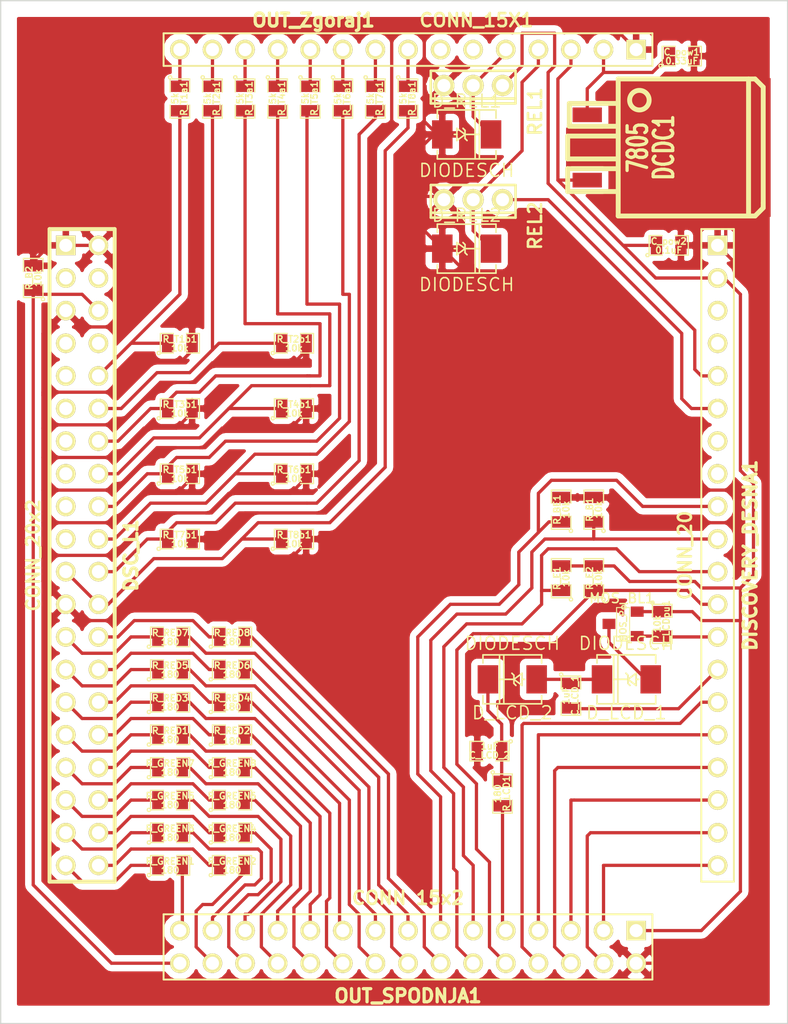
<source format=kicad_pcb>
(kicad_pcb (version 3) (host pcbnew "(2013-may-18)-stable")
  (layers (15 F.Cu signal) (0 B.Cu signal) (18 B.Paste user) (19 F.Paste user) (20 B.SilkS user) (21 F.SilkS user) (22 B.Mask user) (23 F.Mask user) (28 Edge.Cuts user))
  (net 0 "")
  (net 1 /5V)
  (net 2 /DB1)
  (net 3 /DBE)
  (net 4 /DBL_onoff)
  (net 5 /DBL_pwm)
  (net 6 /DE1)
  (net 7 /DE2)
  (net 8 /DLg1)
  (net 9 /DLg2)
  (net 10 /DLg3)
  (net 11 /DLg4)
  (net 12 /DLg5)
  (net 13 /DLg6)
  (net 14 /DLg7)
  (net 15 /DLg8)
  (net 16 /DLr1)
  (net 17 /DLr2)
  (net 18 /DLr3)
  (net 19 /DLr4)
  (net 20 /DLr5)
  (net 21 /DLr6)
  (net 22 /DLr7)
  (net 23 /DLr8)
  (net 24 /DR1)
  (net 25 /DR2)
  (net 26 /DT1)
  (net 27 /DT2)
  (net 28 /DT3)
  (net 29 /DT4)
  (net 30 /DT5)
  (net 31 /DT6)
  (net 32 /DT7)
  (net 33 /DT8)
  (net 34 /GND)
  (net 35 /NRST)
  (net 36 /U1)
  (net 37 /U11)
  (net 38 /U12)
  (net 39 /U14)
  (net 40 /U2)
  (net 41 /U3)
  (net 42 /U4)
  (net 43 /U5)
  (net 44 /U6)
  (net 45 /U7)
  (net 46 /U8)
  (net 47 /V14)
  (net 48 /V15)
  (net 49 /V16)
  (net 50 /V17)
  (net 51 /V18)
  (net 52 /V19)
  (net 53 /V20)
  (net 54 /V21)
  (net 55 /V22)
  (net 56 /V23)
  (net 57 /V24)
  (net 58 /V25)
  (net 59 /V26)
  (net 60 /V27)
  (net 61 /V28)
  (net 62 /V29)
  (net 63 /V3)
  (net 64 /V4)
  (net 65 /V5)
  (net 66 /V6)
  (net 67 /V7)
  (net 68 /V8)
  (net 69 /V9)
  (net 70 N-0000012)
  (net 71 N-0000016)
  (net 72 N-0000017)
  (module TO263-7805 (layer F.Cu) (at 228.6 97.79 270)
    (fp_text reference DCDC1 (at 0 -5.969 270) (layer F.SilkS) (effects (font (size 1.524 1.016) (thickness 0.254))))
    (fp_text value 7805 (at 0 -3.937 270) (layer F.SilkS) (effects (font (size 1.524 1.016) (thickness 0.254))))
    (pad VI smd rect (at -2.54 0 270) (size 1.143 2.286) (layers F.Cu F.Paste F.Mask) (net 39 /U14))
    (pad GND smd rect (at 0 -10.795 270) (size 10.80008 6.9977) (layers F.Cu F.Paste F.Mask) (net 34 /GND))
    (pad VO smd rect (at 2.54 0 270) (size 1.143 2.286) (layers F.Cu F.Paste F.Mask) (net 1 /5V))
    (pad GND smd rect (at 0 0 270) (size 1.143 2.286) (layers F.Cu F.Paste F.Mask) (net 34 /GND))
  )
  (module SOT23-ozb (layer F.Cu) (at 231.394 134.874 90)
    (fp_text reference MOS_BL1 (at 1.99898 -0.09906 180) (layer F.SilkS) (effects (font (size 0.762 0.762) (thickness 0.11938))))
    (fp_text value MOS_Po (at 0.0635 0 90) (layer F.SilkS) (effects (font (size 0.50038 0.50038) (thickness 0.09906))))
    (pad D smd rect (at 0 -1.09982 90) (size 0.8001 1.00076) (layers F.Cu F.Paste F.Mask) (net 70 N-0000012))
    (pad S smd rect (at 0.9525 1.09982 90) (size 0.8001 1.00076) (layers F.Cu F.Paste F.Mask) (net 1 /5V))
    (pad G smd rect (at -0.9525 1.09982 90) (size 0.8001 1.00076) (layers F.Cu F.Paste F.Mask) (net 4 /DBL_onoff))
  )
  (module SM0805 (layer F.Cu) (at 205.74 118.11)
    (fp_text reference R_T4b1 (at 0 -0.3175) (layer F.SilkS) (effects (font (size 0.50038 0.50038) (thickness 0.10922))))
    (fp_text value 10k (at 0 0.381) (layer F.SilkS) (effects (font (size 0.50038 0.50038) (thickness 0.10922))))
    (pad 1 smd rect (at -0.9525 0) (size 0.889 1.397) (layers F.Cu F.Paste F.Mask) (net 29 /DT4))
    (pad 2 smd rect (at 0.9525 0) (size 0.889 1.397) (layers F.Cu F.Paste F.Mask) (net 34 /GND))
  )
  (module SM0805 (layer F.Cu) (at 209.55 93.98 270)
    (fp_text reference R_T6a1 (at 0 -0.3175 270) (layer F.SilkS) (effects (font (size 0.50038 0.50038) (thickness 0.10922))))
    (fp_text value 5k (at 0 0.381 270) (layer F.SilkS) (effects (font (size 0.50038 0.50038) (thickness 0.10922))))
    (pad 1 smd rect (at -0.9525 0 270) (size 0.889 1.397) (layers F.Cu F.Paste F.Mask) (net 44 /U6))
    (pad 2 smd rect (at 0.9525 0 270) (size 0.889 1.397) (layers F.Cu F.Paste F.Mask) (net 31 /DT6))
  )
  (module SM0805 (layer F.Cu) (at 205.74 123.19)
    (fp_text reference R_T6b1 (at 0 -0.3175) (layer F.SilkS) (effects (font (size 0.50038 0.50038) (thickness 0.10922))))
    (fp_text value 10k (at 0 0.381) (layer F.SilkS) (effects (font (size 0.50038 0.50038) (thickness 0.10922))))
    (pad 1 smd rect (at -0.9525 0) (size 0.889 1.397) (layers F.Cu F.Paste F.Mask) (net 31 /DT6))
    (pad 2 smd rect (at 0.9525 0) (size 0.889 1.397) (layers F.Cu F.Paste F.Mask) (net 34 /GND))
  )
  (module SM0805 (layer F.Cu) (at 207.01 93.98 270)
    (fp_text reference R_T5a1 (at 0 -0.3175 270) (layer F.SilkS) (effects (font (size 0.50038 0.50038) (thickness 0.10922))))
    (fp_text value 5k (at 0 0.381 270) (layer F.SilkS) (effects (font (size 0.50038 0.50038) (thickness 0.10922))))
    (pad 1 smd rect (at -0.9525 0 270) (size 0.889 1.397) (layers F.Cu F.Paste F.Mask) (net 43 /U5))
    (pad 2 smd rect (at 0.9525 0 270) (size 0.889 1.397) (layers F.Cu F.Paste F.Mask) (net 30 /DT5))
  )
  (module SM0805 (layer F.Cu) (at 196.85 123.19)
    (fp_text reference R_T5b1 (at 0 -0.3175) (layer F.SilkS) (effects (font (size 0.50038 0.50038) (thickness 0.10922))))
    (fp_text value 10k (at 0 0.381) (layer F.SilkS) (effects (font (size 0.50038 0.50038) (thickness 0.10922))))
    (pad 1 smd rect (at -0.9525 0) (size 0.889 1.397) (layers F.Cu F.Paste F.Mask) (net 30 /DT5))
    (pad 2 smd rect (at 0.9525 0) (size 0.889 1.397) (layers F.Cu F.Paste F.Mask) (net 34 /GND))
  )
  (module SM0805 (layer F.Cu) (at 204.47 93.98 270)
    (fp_text reference R_T4a1 (at 0 -0.3175 270) (layer F.SilkS) (effects (font (size 0.50038 0.50038) (thickness 0.10922))))
    (fp_text value 5k (at 0 0.381 270) (layer F.SilkS) (effects (font (size 0.50038 0.50038) (thickness 0.10922))))
    (pad 1 smd rect (at -0.9525 0 270) (size 0.889 1.397) (layers F.Cu F.Paste F.Mask) (net 42 /U4))
    (pad 2 smd rect (at 0.9525 0 270) (size 0.889 1.397) (layers F.Cu F.Paste F.Mask) (net 29 /DT4))
  )
  (module SM0805 (layer F.Cu) (at 205.74 128.27)
    (fp_text reference R_T8b1 (at 0 -0.3175) (layer F.SilkS) (effects (font (size 0.50038 0.50038) (thickness 0.10922))))
    (fp_text value 10k (at 0 0.381) (layer F.SilkS) (effects (font (size 0.50038 0.50038) (thickness 0.10922))))
    (pad 1 smd rect (at -0.9525 0) (size 0.889 1.397) (layers F.Cu F.Paste F.Mask) (net 33 /DT8))
    (pad 2 smd rect (at 0.9525 0) (size 0.889 1.397) (layers F.Cu F.Paste F.Mask) (net 34 /GND))
  )
  (module SM0805 (layer F.Cu) (at 201.93 93.98 270)
    (fp_text reference R_T3a1 (at 0 -0.3175 270) (layer F.SilkS) (effects (font (size 0.50038 0.50038) (thickness 0.10922))))
    (fp_text value 5k (at 0 0.381 270) (layer F.SilkS) (effects (font (size 0.50038 0.50038) (thickness 0.10922))))
    (pad 1 smd rect (at -0.9525 0 270) (size 0.889 1.397) (layers F.Cu F.Paste F.Mask) (net 41 /U3))
    (pad 2 smd rect (at 0.9525 0 270) (size 0.889 1.397) (layers F.Cu F.Paste F.Mask) (net 28 /DT3))
  )
  (module SM0805 (layer F.Cu) (at 196.85 118.11)
    (fp_text reference R_T3b1 (at 0 -0.3175) (layer F.SilkS) (effects (font (size 0.50038 0.50038) (thickness 0.10922))))
    (fp_text value 10k (at 0 0.381) (layer F.SilkS) (effects (font (size 0.50038 0.50038) (thickness 0.10922))))
    (pad 1 smd rect (at -0.9525 0) (size 0.889 1.397) (layers F.Cu F.Paste F.Mask) (net 28 /DT3))
    (pad 2 smd rect (at 0.9525 0) (size 0.889 1.397) (layers F.Cu F.Paste F.Mask) (net 34 /GND))
  )
  (module SM0805 (layer F.Cu) (at 199.39 93.98 270)
    (fp_text reference R_T2a1 (at 0 -0.3175 270) (layer F.SilkS) (effects (font (size 0.50038 0.50038) (thickness 0.10922))))
    (fp_text value 5k (at 0 0.381 270) (layer F.SilkS) (effects (font (size 0.50038 0.50038) (thickness 0.10922))))
    (pad 1 smd rect (at -0.9525 0 270) (size 0.889 1.397) (layers F.Cu F.Paste F.Mask) (net 40 /U2))
    (pad 2 smd rect (at 0.9525 0 270) (size 0.889 1.397) (layers F.Cu F.Paste F.Mask) (net 27 /DT2))
  )
  (module SM0805 (layer F.Cu) (at 205.74 113.03)
    (fp_text reference R_T2b1 (at 0 -0.3175) (layer F.SilkS) (effects (font (size 0.50038 0.50038) (thickness 0.10922))))
    (fp_text value 10k (at 0 0.381) (layer F.SilkS) (effects (font (size 0.50038 0.50038) (thickness 0.10922))))
    (pad 1 smd rect (at -0.9525 0) (size 0.889 1.397) (layers F.Cu F.Paste F.Mask) (net 27 /DT2))
    (pad 2 smd rect (at 0.9525 0) (size 0.889 1.397) (layers F.Cu F.Paste F.Mask) (net 34 /GND))
  )
  (module SM0805 (layer F.Cu) (at 196.85 128.27)
    (fp_text reference R_T7b1 (at 0 -0.3175) (layer F.SilkS) (effects (font (size 0.50038 0.50038) (thickness 0.10922))))
    (fp_text value 10k (at 0 0.381) (layer F.SilkS) (effects (font (size 0.50038 0.50038) (thickness 0.10922))))
    (pad 1 smd rect (at -0.9525 0) (size 0.889 1.397) (layers F.Cu F.Paste F.Mask) (net 32 /DT7))
    (pad 2 smd rect (at 0.9525 0) (size 0.889 1.397) (layers F.Cu F.Paste F.Mask) (net 34 /GND))
  )
  (module SM0805 (layer F.Cu) (at 212.09 93.98 270)
    (fp_text reference R_T7a1 (at 0 -0.3175 270) (layer F.SilkS) (effects (font (size 0.50038 0.50038) (thickness 0.10922))))
    (fp_text value 5k (at 0 0.381 270) (layer F.SilkS) (effects (font (size 0.50038 0.50038) (thickness 0.10922))))
    (pad 1 smd rect (at -0.9525 0 270) (size 0.889 1.397) (layers F.Cu F.Paste F.Mask) (net 45 /U7))
    (pad 2 smd rect (at 0.9525 0 270) (size 0.889 1.397) (layers F.Cu F.Paste F.Mask) (net 32 /DT7))
  )
  (module SM0805 (layer F.Cu) (at 196.088 146.05)
    (fp_text reference R_GREEN7 (at 0 -0.3175) (layer F.SilkS) (effects (font (size 0.50038 0.50038) (thickness 0.10922))))
    (fp_text value 180 (at 0 0.381) (layer F.SilkS) (effects (font (size 0.50038 0.50038) (thickness 0.10922))))
    (pad 1 smd rect (at -0.9525 0) (size 0.889 1.397) (layers F.Cu F.Paste F.Mask) (net 14 /DLg7))
    (pad 2 smd rect (at 0.9525 0) (size 0.889 1.397) (layers F.Cu F.Paste F.Mask) (net 56 /V23))
  )
  (module SM0805 (layer F.Cu) (at 214.63 93.98 270)
    (fp_text reference R_T8a1 (at 0 -0.3175 270) (layer F.SilkS) (effects (font (size 0.50038 0.50038) (thickness 0.10922))))
    (fp_text value 5k (at 0 0.381 270) (layer F.SilkS) (effects (font (size 0.50038 0.50038) (thickness 0.10922))))
    (pad 1 smd rect (at -0.9525 0 270) (size 0.889 1.397) (layers F.Cu F.Paste F.Mask) (net 46 /U8))
    (pad 2 smd rect (at 0.9525 0 270) (size 0.889 1.397) (layers F.Cu F.Paste F.Mask) (net 33 /DT8))
  )
  (module SM0805 (layer F.Cu) (at 226.568 131.318 90)
    (fp_text reference R_E1 (at 0 -0.3175 90) (layer F.SilkS) (effects (font (size 0.50038 0.50038) (thickness 0.10922))))
    (fp_text value 10k (at 0 0.381 90) (layer F.SilkS) (effects (font (size 0.50038 0.50038) (thickness 0.10922))))
    (pad 1 smd rect (at -0.9525 0 90) (size 0.889 1.397) (layers F.Cu F.Paste F.Mask) (net 6 /DE1))
    (pad 2 smd rect (at 0.9525 0 90) (size 0.889 1.397) (layers F.Cu F.Paste F.Mask) (net 1 /5V))
  )
  (module SM0805 (layer F.Cu) (at 229.108 131.318 90)
    (fp_text reference R_E2 (at 0 -0.3175 90) (layer F.SilkS) (effects (font (size 0.50038 0.50038) (thickness 0.10922))))
    (fp_text value 10k (at 0 0.381 90) (layer F.SilkS) (effects (font (size 0.50038 0.50038) (thickness 0.10922))))
    (pad 1 smd rect (at -0.9525 0 90) (size 0.889 1.397) (layers F.Cu F.Paste F.Mask) (net 7 /DE2))
    (pad 2 smd rect (at 0.9525 0 90) (size 0.889 1.397) (layers F.Cu F.Paste F.Mask) (net 1 /5V))
  )
  (module SM0805 (layer F.Cu) (at 227.33 140.462 270)
    (fp_text reference C_LCD_1 (at 0 -0.3175 270) (layer F.SilkS) (effects (font (size 0.50038 0.50038) (thickness 0.10922))))
    (fp_text value 1uF (at 0 0.381 270) (layer F.SilkS) (effects (font (size 0.50038 0.50038) (thickness 0.10922))))
    (pad 1 smd rect (at -0.9525 0 270) (size 0.889 1.397) (layers F.Cu F.Paste F.Mask) (net 71 N-0000016))
    (pad 2 smd rect (at 0.9525 0 270) (size 0.889 1.397) (layers F.Cu F.Paste F.Mask) (net 5 /DBL_pwm))
  )
  (module SM0805 (layer F.Cu) (at 220.98 144.78 180)
    (fp_text reference C_LCD_2 (at 0 -0.3175 180) (layer F.SilkS) (effects (font (size 0.50038 0.50038) (thickness 0.10922))))
    (fp_text value 1uF (at 0 0.381 180) (layer F.SilkS) (effects (font (size 0.50038 0.50038) (thickness 0.10922))))
    (pad 1 smd rect (at -0.9525 0 180) (size 0.889 1.397) (layers F.Cu F.Paste F.Mask) (net 72 N-0000017))
    (pad 2 smd rect (at 0.9525 0 180) (size 0.889 1.397) (layers F.Cu F.Paste F.Mask) (net 34 /GND))
  )
  (module SM0805 (layer F.Cu) (at 221.996 148.082 270)
    (fp_text reference R_LCD1 (at 0 -0.3175 270) (layer F.SilkS) (effects (font (size 0.50038 0.50038) (thickness 0.10922))))
    (fp_text value 180 (at 0 0.381 270) (layer F.SilkS) (effects (font (size 0.50038 0.50038) (thickness 0.10922))))
    (pad 1 smd rect (at -0.9525 0 270) (size 0.889 1.397) (layers F.Cu F.Paste F.Mask) (net 72 N-0000017))
    (pad 2 smd rect (at 0.9525 0 270) (size 0.889 1.397) (layers F.Cu F.Paste F.Mask) (net 69 /V9))
  )
  (module SM0805 (layer F.Cu) (at 234.442 134.874 270)
    (fp_text reference R_LCDpu1 (at 0 -0.3175 270) (layer F.SilkS) (effects (font (size 0.50038 0.50038) (thickness 0.10922))))
    (fp_text value 10k (at 0 0.381 270) (layer F.SilkS) (effects (font (size 0.50038 0.50038) (thickness 0.10922))))
    (pad 1 smd rect (at -0.9525 0 270) (size 0.889 1.397) (layers F.Cu F.Paste F.Mask) (net 1 /5V))
    (pad 2 smd rect (at 0.9525 0 270) (size 0.889 1.397) (layers F.Cu F.Paste F.Mask) (net 4 /DBL_onoff))
  )
  (module SM0805 (layer F.Cu) (at 229.108 125.984 90)
    (fp_text reference R_B1 (at 0 -0.3175 90) (layer F.SilkS) (effects (font (size 0.50038 0.50038) (thickness 0.10922))))
    (fp_text value 10k (at 0 0.381 90) (layer F.SilkS) (effects (font (size 0.50038 0.50038) (thickness 0.10922))))
    (pad 1 smd rect (at -0.9525 0 90) (size 0.889 1.397) (layers F.Cu F.Paste F.Mask) (net 2 /DB1))
    (pad 2 smd rect (at 0.9525 0 90) (size 0.889 1.397) (layers F.Cu F.Paste F.Mask) (net 34 /GND))
  )
  (module SM0805 (layer F.Cu) (at 196.85 93.98 270)
    (fp_text reference R_T1a1 (at 0 -0.3175 270) (layer F.SilkS) (effects (font (size 0.50038 0.50038) (thickness 0.10922))))
    (fp_text value 5k (at 0 0.381 270) (layer F.SilkS) (effects (font (size 0.50038 0.50038) (thickness 0.10922))))
    (pad 1 smd rect (at -0.9525 0 270) (size 0.889 1.397) (layers F.Cu F.Paste F.Mask) (net 36 /U1))
    (pad 2 smd rect (at 0.9525 0 270) (size 0.889 1.397) (layers F.Cu F.Paste F.Mask) (net 26 /DT1))
  )
  (module SM0805 (layer F.Cu) (at 200.914 135.89)
    (fp_text reference R_RED8 (at 0 -0.3175) (layer F.SilkS) (effects (font (size 0.50038 0.50038) (thickness 0.10922))))
    (fp_text value 180 (at 0 0.381) (layer F.SilkS) (effects (font (size 0.50038 0.50038) (thickness 0.10922))))
    (pad 1 smd rect (at -0.9525 0) (size 0.889 1.397) (layers F.Cu F.Paste F.Mask) (net 23 /DLr8))
    (pad 2 smd rect (at 0.9525 0) (size 0.889 1.397) (layers F.Cu F.Paste F.Mask) (net 47 /V14))
  )
  (module SM0805 (layer F.Cu) (at 200.914 140.97)
    (fp_text reference R_RED4 (at 0 -0.3175) (layer F.SilkS) (effects (font (size 0.50038 0.50038) (thickness 0.10922))))
    (fp_text value 180 (at 0 0.381) (layer F.SilkS) (effects (font (size 0.50038 0.50038) (thickness 0.10922))))
    (pad 1 smd rect (at -0.9525 0) (size 0.889 1.397) (layers F.Cu F.Paste F.Mask) (net 19 /DLr4))
    (pad 2 smd rect (at 0.9525 0) (size 0.889 1.397) (layers F.Cu F.Paste F.Mask) (net 51 /V18))
  )
  (module SM0805 (layer F.Cu) (at 196.088 140.97)
    (fp_text reference R_RED3 (at 0 -0.3175) (layer F.SilkS) (effects (font (size 0.50038 0.50038) (thickness 0.10922))))
    (fp_text value 180 (at 0 0.381) (layer F.SilkS) (effects (font (size 0.50038 0.50038) (thickness 0.10922))))
    (pad 1 smd rect (at -0.9525 0) (size 0.889 1.397) (layers F.Cu F.Paste F.Mask) (net 18 /DLr3))
    (pad 2 smd rect (at 0.9525 0) (size 0.889 1.397) (layers F.Cu F.Paste F.Mask) (net 52 /V19))
  )
  (module SM0805 (layer F.Cu) (at 200.914 138.43)
    (fp_text reference R_RED6 (at 0 -0.3175) (layer F.SilkS) (effects (font (size 0.50038 0.50038) (thickness 0.10922))))
    (fp_text value 180 (at 0 0.381) (layer F.SilkS) (effects (font (size 0.50038 0.50038) (thickness 0.10922))))
    (pad 1 smd rect (at -0.9525 0) (size 0.889 1.397) (layers F.Cu F.Paste F.Mask) (net 21 /DLr6))
    (pad 2 smd rect (at 0.9525 0) (size 0.889 1.397) (layers F.Cu F.Paste F.Mask) (net 49 /V16))
  )
  (module SM0805 (layer F.Cu) (at 196.088 138.43)
    (fp_text reference R_RED5 (at 0 -0.3175) (layer F.SilkS) (effects (font (size 0.50038 0.50038) (thickness 0.10922))))
    (fp_text value 180 (at 0 0.381) (layer F.SilkS) (effects (font (size 0.50038 0.50038) (thickness 0.10922))))
    (pad 1 smd rect (at -0.9525 0) (size 0.889 1.397) (layers F.Cu F.Paste F.Mask) (net 20 /DLr5))
    (pad 2 smd rect (at 0.9525 0) (size 0.889 1.397) (layers F.Cu F.Paste F.Mask) (net 50 /V17))
  )
  (module SM0805 (layer F.Cu) (at 200.914 143.51)
    (fp_text reference R_RED2 (at 0 -0.3175) (layer F.SilkS) (effects (font (size 0.50038 0.50038) (thickness 0.10922))))
    (fp_text value 180 (at 0 0.508) (layer F.SilkS) (effects (font (size 0.50038 0.50038) (thickness 0.10922))))
    (pad 1 smd rect (at -0.9525 0) (size 0.889 1.397) (layers F.Cu F.Paste F.Mask) (net 17 /DLr2))
    (pad 2 smd rect (at 0.9525 0) (size 0.889 1.397) (layers F.Cu F.Paste F.Mask) (net 53 /V20))
  )
  (module SM0805 (layer F.Cu) (at 196.088 143.51)
    (fp_text reference R_RED1 (at 0 -0.3175) (layer F.SilkS) (effects (font (size 0.50038 0.50038) (thickness 0.10922))))
    (fp_text value 180 (at 0 0.381) (layer F.SilkS) (effects (font (size 0.50038 0.50038) (thickness 0.10922))))
    (pad 1 smd rect (at -0.9525 0) (size 0.889 1.397) (layers F.Cu F.Paste F.Mask) (net 16 /DLr1))
    (pad 2 smd rect (at 0.9525 0) (size 0.889 1.397) (layers F.Cu F.Paste F.Mask) (net 54 /V21))
  )
  (module SM0805 (layer F.Cu) (at 196.85 113.03)
    (fp_text reference R_T1b1 (at 0 -0.3175) (layer F.SilkS) (effects (font (size 0.50038 0.50038) (thickness 0.10922))))
    (fp_text value 10k (at 0 0.381) (layer F.SilkS) (effects (font (size 0.50038 0.50038) (thickness 0.10922))))
    (pad 1 smd rect (at -0.9525 0) (size 0.889 1.397) (layers F.Cu F.Paste F.Mask) (net 26 /DT1))
    (pad 2 smd rect (at 0.9525 0) (size 0.889 1.397) (layers F.Cu F.Paste F.Mask) (net 34 /GND))
  )
  (module SM0805 (layer F.Cu) (at 226.568 125.984 90)
    (fp_text reference R_BE1 (at 0 -0.3175 90) (layer F.SilkS) (effects (font (size 0.50038 0.50038) (thickness 0.10922))))
    (fp_text value 10k (at 0 0.381 90) (layer F.SilkS) (effects (font (size 0.50038 0.50038) (thickness 0.10922))))
    (pad 1 smd rect (at -0.9525 0 90) (size 0.889 1.397) (layers F.Cu F.Paste F.Mask) (net 3 /DBE))
    (pad 2 smd rect (at 0.9525 0 90) (size 0.889 1.397) (layers F.Cu F.Paste F.Mask) (net 34 /GND))
  )
  (module SM0805 (layer F.Cu) (at 185.42 107.95 90)
    (fp_text reference R_B2 (at 0 -0.3175 90) (layer F.SilkS) (effects (font (size 0.50038 0.50038) (thickness 0.10922))))
    (fp_text value 10k (at 0 0.381 90) (layer F.SilkS) (effects (font (size 0.50038 0.50038) (thickness 0.10922))))
    (pad 1 smd rect (at -0.9525 0 90) (size 0.889 1.397) (layers F.Cu F.Paste F.Mask) (net 35 /NRST))
    (pad 2 smd rect (at 0.9525 0 90) (size 0.889 1.397) (layers F.Cu F.Paste F.Mask) (net 34 /GND))
  )
  (module SM0805 (layer F.Cu) (at 196.088 135.89)
    (fp_text reference R_RED7 (at 0 -0.3175) (layer F.SilkS) (effects (font (size 0.50038 0.50038) (thickness 0.10922))))
    (fp_text value 180 (at 0 0.381) (layer F.SilkS) (effects (font (size 0.50038 0.50038) (thickness 0.10922))))
    (pad 1 smd rect (at -0.9525 0) (size 0.889 1.397) (layers F.Cu F.Paste F.Mask) (net 22 /DLr7))
    (pad 2 smd rect (at 0.9525 0) (size 0.889 1.397) (layers F.Cu F.Paste F.Mask) (net 48 /V15))
  )
  (module SM0805 (layer F.Cu) (at 200.914 146.05)
    (fp_text reference R_GREEN8 (at 0 -0.3175) (layer F.SilkS) (effects (font (size 0.50038 0.50038) (thickness 0.10922))))
    (fp_text value 180 (at 0 0.381) (layer F.SilkS) (effects (font (size 0.50038 0.50038) (thickness 0.10922))))
    (pad 1 smd rect (at -0.9525 0) (size 0.889 1.397) (layers F.Cu F.Paste F.Mask) (net 15 /DLg8))
    (pad 2 smd rect (at 0.9525 0) (size 0.889 1.397) (layers F.Cu F.Paste F.Mask) (net 55 /V22))
  )
  (module SM0805 (layer F.Cu) (at 200.914 151.13)
    (fp_text reference R_GREEN4 (at 0 -0.3175) (layer F.SilkS) (effects (font (size 0.50038 0.50038) (thickness 0.10922))))
    (fp_text value 180 (at 0 0.381) (layer F.SilkS) (effects (font (size 0.50038 0.50038) (thickness 0.10922))))
    (pad 1 smd rect (at -0.9525 0) (size 0.889 1.397) (layers F.Cu F.Paste F.Mask) (net 11 /DLg4))
    (pad 2 smd rect (at 0.9525 0) (size 0.889 1.397) (layers F.Cu F.Paste F.Mask) (net 59 /V26))
  )
  (module SM0805 (layer F.Cu) (at 196.088 151.13)
    (fp_text reference R_GREEN3 (at 0 -0.3175) (layer F.SilkS) (effects (font (size 0.50038 0.50038) (thickness 0.10922))))
    (fp_text value 180 (at 0 0.381) (layer F.SilkS) (effects (font (size 0.50038 0.50038) (thickness 0.10922))))
    (pad 1 smd rect (at -0.9525 0) (size 0.889 1.397) (layers F.Cu F.Paste F.Mask) (net 10 /DLg3))
    (pad 2 smd rect (at 0.9525 0) (size 0.889 1.397) (layers F.Cu F.Paste F.Mask) (net 60 /V27))
  )
  (module SM0805 (layer F.Cu) (at 200.914 148.59)
    (fp_text reference R_GREEN6 (at 0 -0.3175) (layer F.SilkS) (effects (font (size 0.50038 0.50038) (thickness 0.10922))))
    (fp_text value 180 (at 0 0.381) (layer F.SilkS) (effects (font (size 0.50038 0.50038) (thickness 0.10922))))
    (pad 1 smd rect (at -0.9525 0) (size 0.889 1.397) (layers F.Cu F.Paste F.Mask) (net 13 /DLg6))
    (pad 2 smd rect (at 0.9525 0) (size 0.889 1.397) (layers F.Cu F.Paste F.Mask) (net 57 /V24))
  )
  (module SM0805 (layer F.Cu) (at 196.088 148.59)
    (fp_text reference R_GREEN5 (at 0 -0.3175) (layer F.SilkS) (effects (font (size 0.50038 0.50038) (thickness 0.10922))))
    (fp_text value 180 (at 0 0.381) (layer F.SilkS) (effects (font (size 0.50038 0.50038) (thickness 0.10922))))
    (pad 1 smd rect (at -0.9525 0) (size 0.889 1.397) (layers F.Cu F.Paste F.Mask) (net 12 /DLg5))
    (pad 2 smd rect (at 0.9525 0) (size 0.889 1.397) (layers F.Cu F.Paste F.Mask) (net 58 /V25))
  )
  (module SM0805 (layer F.Cu) (at 200.914 153.67)
    (fp_text reference R_GREEN2 (at 0 -0.3175) (layer F.SilkS) (effects (font (size 0.50038 0.50038) (thickness 0.10922))))
    (fp_text value 180 (at 0 0.381) (layer F.SilkS) (effects (font (size 0.50038 0.50038) (thickness 0.10922))))
    (pad 1 smd rect (at -0.9525 0) (size 0.889 1.397) (layers F.Cu F.Paste F.Mask) (net 9 /DLg2))
    (pad 2 smd rect (at 0.9525 0) (size 0.889 1.397) (layers F.Cu F.Paste F.Mask) (net 61 /V28))
  )
  (module SM0805 (layer F.Cu) (at 196.088 153.67)
    (fp_text reference R_GREEN1 (at 0 -0.3175) (layer F.SilkS) (effects (font (size 0.50038 0.50038) (thickness 0.10922))))
    (fp_text value 180 (at 0 0.381) (layer F.SilkS) (effects (font (size 0.50038 0.50038) (thickness 0.10922))))
    (pad 1 smd rect (at -0.9525 0) (size 0.889 1.397) (layers F.Cu F.Paste F.Mask) (net 8 /DLg1))
    (pad 2 smd rect (at 0.9525 0) (size 0.889 1.397) (layers F.Cu F.Paste F.Mask) (net 62 /V29))
  )
  (module PIN_ARRAY_20X2 (layer F.Cu) (at 189.23 129.54 270)
    (fp_text reference DSC_L1 (at 0 -3.81 270) (layer F.SilkS) (effects (font (size 1.016 1.016) (thickness 0.27432))))
    (fp_text value CONN_20x2 (at 0 3.81 270) (layer F.SilkS) (effects (font (size 1.016 1.016) (thickness 0.2032))))
    (pad 1 thru_hole rect (at -24.13 1.27 270) (size 1.524 1.524) (drill 1.016) (layers *.Cu *.Mask F.SilkS) (net 34 /GND))
    (pad 2 thru_hole circle (at -24.13 -1.27 270) (size 1.524 1.524) (drill 1.016) (layers *.Cu *.Mask F.SilkS) (net 34 /GND))
    (pad 11 thru_hole circle (at -11.43 1.27 270) (size 1.524 1.524) (drill 1.016) (layers *.Cu *.Mask F.SilkS))
    (pad 4 thru_hole circle (at -21.59 -1.27 270) (size 1.524 1.524) (drill 1.016) (layers *.Cu *.Mask F.SilkS))
    (pad 13 thru_hole circle (at -8.89 1.27 270) (size 1.524 1.524) (drill 1.016) (layers *.Cu *.Mask F.SilkS))
    (pad 6 thru_hole circle (at -19.05 -1.27 270) (size 1.524 1.524) (drill 1.016) (layers *.Cu *.Mask F.SilkS) (net 35 /NRST))
    (pad 15 thru_hole circle (at -6.35 1.27 270) (size 1.524 1.524) (drill 1.016) (layers *.Cu *.Mask F.SilkS))
    (pad 8 thru_hole circle (at -16.51 -1.27 270) (size 1.524 1.524) (drill 1.016) (layers *.Cu *.Mask F.SilkS))
    (pad 17 thru_hole circle (at -3.81 1.27 270) (size 1.524 1.524) (drill 1.016) (layers *.Cu *.Mask F.SilkS))
    (pad 10 thru_hole circle (at -13.97 -1.27 270) (size 1.524 1.524) (drill 1.016) (layers *.Cu *.Mask F.SilkS) (net 26 /DT1))
    (pad 19 thru_hole circle (at -1.27 1.27 270) (size 1.524 1.524) (drill 1.016) (layers *.Cu *.Mask F.SilkS))
    (pad 12 thru_hole circle (at -11.43 -1.27 270) (size 1.524 1.524) (drill 1.016) (layers *.Cu *.Mask F.SilkS) (net 27 /DT2))
    (pad 21 thru_hole circle (at 1.27 1.27 270) (size 1.524 1.524) (drill 1.016) (layers *.Cu *.Mask F.SilkS) (net 33 /DT8))
    (pad 14 thru_hole circle (at -8.89 -1.27 270) (size 1.524 1.524) (drill 1.016) (layers *.Cu *.Mask F.SilkS) (net 28 /DT3))
    (pad 23 thru_hole circle (at 3.81 1.27 270) (size 1.524 1.524) (drill 1.016) (layers *.Cu *.Mask F.SilkS) (net 34 /GND))
    (pad 16 thru_hole circle (at -6.35 -1.27 270) (size 1.524 1.524) (drill 1.016) (layers *.Cu *.Mask F.SilkS) (net 29 /DT4))
    (pad 25 thru_hole circle (at 6.35 1.27 270) (size 1.524 1.524) (drill 1.016) (layers *.Cu *.Mask F.SilkS) (net 22 /DLr7))
    (pad 18 thru_hole circle (at -3.81 -1.27 270) (size 1.524 1.524) (drill 1.016) (layers *.Cu *.Mask F.SilkS) (net 30 /DT5))
    (pad 27 thru_hole circle (at 8.89 1.27 270) (size 1.524 1.524) (drill 1.016) (layers *.Cu *.Mask F.SilkS) (net 20 /DLr5))
    (pad 20 thru_hole circle (at -1.27 -1.27 270) (size 1.524 1.524) (drill 1.016) (layers *.Cu *.Mask F.SilkS) (net 31 /DT6))
    (pad 29 thru_hole circle (at 11.43 1.27 270) (size 1.524 1.524) (drill 1.016) (layers *.Cu *.Mask F.SilkS) (net 18 /DLr3))
    (pad 22 thru_hole circle (at 1.27 -1.27 270) (size 1.524 1.524) (drill 1.016) (layers *.Cu *.Mask F.SilkS) (net 32 /DT7))
    (pad 31 thru_hole circle (at 13.97 1.27 270) (size 1.524 1.524) (drill 1.016) (layers *.Cu *.Mask F.SilkS) (net 16 /DLr1))
    (pad 24 thru_hole circle (at 3.81 -1.27 270) (size 1.524 1.524) (drill 1.016) (layers *.Cu *.Mask F.SilkS) (net 33 /DT8))
    (pad 26 thru_hole circle (at 6.35 -1.27 270) (size 1.524 1.524) (drill 1.016) (layers *.Cu *.Mask F.SilkS) (net 23 /DLr8))
    (pad 33 thru_hole circle (at 16.51 1.27 270) (size 1.524 1.524) (drill 1.016) (layers *.Cu *.Mask F.SilkS) (net 14 /DLg7))
    (pad 28 thru_hole circle (at 8.89 -1.27 270) (size 1.524 1.524) (drill 1.016) (layers *.Cu *.Mask F.SilkS) (net 21 /DLr6))
    (pad 32 thru_hole circle (at 13.97 -1.27 270) (size 1.524 1.524) (drill 1.016) (layers *.Cu *.Mask F.SilkS) (net 17 /DLr2))
    (pad 34 thru_hole circle (at 16.51 -1.27 270) (size 1.524 1.524) (drill 1.016) (layers *.Cu *.Mask F.SilkS) (net 15 /DLg8))
    (pad 36 thru_hole circle (at 19.05 -1.27 270) (size 1.524 1.524) (drill 1.016) (layers *.Cu *.Mask F.SilkS) (net 13 /DLg6))
    (pad 38 thru_hole circle (at 21.59 -1.27 270) (size 1.524 1.524) (drill 1.016) (layers *.Cu *.Mask F.SilkS) (net 11 /DLg4))
    (pad 35 thru_hole circle (at 19.05 1.27 270) (size 1.524 1.524) (drill 1.016) (layers *.Cu *.Mask F.SilkS) (net 12 /DLg5))
    (pad 37 thru_hole circle (at 21.59 1.27 270) (size 1.524 1.524) (drill 1.016) (layers *.Cu *.Mask F.SilkS) (net 10 /DLg3))
    (pad 3 thru_hole circle (at -21.59 1.27 270) (size 1.524 1.524) (drill 1.016) (layers *.Cu *.Mask F.SilkS))
    (pad 5 thru_hole circle (at -19.05 1.27 270) (size 1.524 1.524) (drill 1.016) (layers *.Cu *.Mask F.SilkS) (net 34 /GND))
    (pad 7 thru_hole circle (at -16.51 1.27 270) (size 1.524 1.524) (drill 1.016) (layers *.Cu *.Mask F.SilkS))
    (pad 9 thru_hole circle (at -13.97 1.27 270) (size 1.524 1.524) (drill 1.016) (layers *.Cu *.Mask F.SilkS))
    (pad 39 thru_hole circle (at 24.13 1.27 270) (size 1.524 1.524) (drill 1.016) (layers *.Cu *.Mask F.SilkS) (net 8 /DLg1))
    (pad 40 thru_hole circle (at 24.13 -1.27 270) (size 1.524 1.524) (drill 1.016) (layers *.Cu *.Mask F.SilkS) (net 9 /DLg2))
    (pad 30 thru_hole circle (at 11.43 -1.27 270) (size 1.524 1.524) (drill 1.016) (layers *.Cu *.Mask F.SilkS) (net 19 /DLr4))
  )
  (module PIN_ARRAY_20 (layer F.Cu) (at 238.76 129.54 270)
    (fp_text reference DISCOVERY_DESNA1 (at 0 -2.54 270) (layer F.SilkS) (effects (font (size 1.016 1.016) (thickness 0.27432))))
    (fp_text value CONN_20 (at 0 2.54 270) (layer F.SilkS) (effects (font (size 1.016 1.016) (thickness 0.2032))))
    (pad 1 thru_hole rect (at -24.13 0 270) (size 1.524 1.524) (drill 1.016) (layers *.Cu *.Mask F.SilkS) (net 34 /GND))
    (pad 2 thru_hole circle (at -21.59 0 270) (size 1.524 1.524) (drill 1.016) (layers *.Cu *.Mask F.SilkS) (net 1 /5V))
    (pad 11 thru_hole circle (at 1.27 0 270) (size 1.524 1.524) (drill 1.016) (layers *.Cu *.Mask F.SilkS) (net 6 /DE1))
    (pad 4 thru_hole circle (at -16.51 0 270) (size 1.524 1.524) (drill 1.016) (layers *.Cu *.Mask F.SilkS))
    (pad 13 thru_hole circle (at 6.35 0 270) (size 1.524 1.524) (drill 1.016) (layers *.Cu *.Mask F.SilkS) (net 4 /DBL_onoff))
    (pad 6 thru_hole circle (at -11.43 0 270) (size 1.524 1.524) (drill 1.016) (layers *.Cu *.Mask F.SilkS) (net 25 /DR2))
    (pad 15 thru_hole circle (at 11.43 0 270) (size 1.524 1.524) (drill 1.016) (layers *.Cu *.Mask F.SilkS) (net 68 /V8))
    (pad 8 thru_hole circle (at -6.35 0 270) (size 1.524 1.524) (drill 1.016) (layers *.Cu *.Mask F.SilkS))
    (pad 17 thru_hole circle (at 16.51 0 270) (size 1.524 1.524) (drill 1.016) (layers *.Cu *.Mask F.SilkS) (net 66 /V6))
    (pad 10 thru_hole circle (at -1.27 0 270) (size 1.524 1.524) (drill 1.016) (layers *.Cu *.Mask F.SilkS) (net 2 /DB1))
    (pad 19 thru_hole circle (at 21.59 0 270) (size 1.524 1.524) (drill 1.016) (layers *.Cu *.Mask F.SilkS) (net 64 /V4))
    (pad 12 thru_hole circle (at 3.81 0 270) (size 1.524 1.524) (drill 1.016) (layers *.Cu *.Mask F.SilkS) (net 7 /DE2))
    (pad 14 thru_hole circle (at 8.89 0 270) (size 1.524 1.524) (drill 1.016) (layers *.Cu *.Mask F.SilkS) (net 5 /DBL_pwm))
    (pad 16 thru_hole circle (at 13.97 0 270) (size 1.524 1.524) (drill 1.016) (layers *.Cu *.Mask F.SilkS) (net 67 /V7))
    (pad 18 thru_hole circle (at 19.05 0 270) (size 1.524 1.524) (drill 1.016) (layers *.Cu *.Mask F.SilkS) (net 65 /V5))
    (pad 20 thru_hole circle (at 24.13 0 270) (size 1.524 1.524) (drill 1.016) (layers *.Cu *.Mask F.SilkS) (net 63 /V3))
    (pad 3 thru_hole circle (at -19.05 0 270) (size 1.524 1.524) (drill 1.016) (layers *.Cu *.Mask F.SilkS))
    (pad 5 thru_hole circle (at -13.97 0 270) (size 1.524 1.524) (drill 1.016) (layers *.Cu *.Mask F.SilkS) (net 24 /DR1))
    (pad 7 thru_hole circle (at -8.89 0 270) (size 1.524 1.524) (drill 1.016) (layers *.Cu *.Mask F.SilkS))
    (pad 9 thru_hole circle (at -3.81 0 270) (size 1.524 1.524) (drill 1.016) (layers *.Cu *.Mask F.SilkS) (net 3 /DBE))
  )
  (module PIN_ARRAY_15X2 (layer F.Cu) (at 214.63 160.02 180)
    (fp_text reference OUT_SPODNJA1 (at 0 -3.81 180) (layer F.SilkS) (effects (font (size 1.016 1.016) (thickness 0.27432))))
    (fp_text value "CONN 15x2" (at 0 3.81 180) (layer F.SilkS) (effects (font (size 1.016 1.016) (thickness 0.2032))))
    (pad 1 thru_hole rect (at -17.78 1.27 180) (size 1.524 1.524) (drill 1.016) (layers *.Cu *.Mask F.SilkS) (net 1 /5V))
    (pad 2 thru_hole circle (at -17.78 -1.27 180) (size 1.524 1.524) (drill 1.016) (layers *.Cu *.Mask F.SilkS) (net 34 /GND))
    (pad 11 thru_hole circle (at -5.08 1.27 180) (size 1.524 1.524) (drill 1.016) (layers *.Cu *.Mask F.SilkS) (net 6 /DE1))
    (pad 4 thru_hole circle (at -15.24 -1.27 180) (size 1.524 1.524) (drill 1.016) (layers *.Cu *.Mask F.SilkS) (net 64 /V4))
    (pad 13 thru_hole circle (at -2.54 1.27 180) (size 1.524 1.524) (drill 1.016) (layers *.Cu *.Mask F.SilkS) (net 3 /DBE))
    (pad 6 thru_hole circle (at -12.7 -1.27 180) (size 1.524 1.524) (drill 1.016) (layers *.Cu *.Mask F.SilkS) (net 66 /V6))
    (pad 15 thru_hole circle (at 0 1.27 180) (size 1.524 1.524) (drill 1.016) (layers *.Cu *.Mask F.SilkS) (net 48 /V15))
    (pad 8 thru_hole circle (at -10.16 -1.27 180) (size 1.524 1.524) (drill 1.016) (layers *.Cu *.Mask F.SilkS) (net 68 /V8))
    (pad 17 thru_hole circle (at 2.54 1.27 180) (size 1.524 1.524) (drill 1.016) (layers *.Cu *.Mask F.SilkS) (net 50 /V17))
    (pad 10 thru_hole circle (at -7.62 -1.27 180) (size 1.524 1.524) (drill 1.016) (layers *.Cu *.Mask F.SilkS) (net 7 /DE2))
    (pad 19 thru_hole circle (at 5.08 1.27 180) (size 1.524 1.524) (drill 1.016) (layers *.Cu *.Mask F.SilkS) (net 52 /V19))
    (pad 12 thru_hole circle (at -5.08 -1.27 180) (size 1.524 1.524) (drill 1.016) (layers *.Cu *.Mask F.SilkS) (net 2 /DB1))
    (pad 21 thru_hole circle (at 7.62 1.27 180) (size 1.524 1.524) (drill 1.016) (layers *.Cu *.Mask F.SilkS) (net 54 /V21))
    (pad 14 thru_hole circle (at -2.54 -1.27 180) (size 1.524 1.524) (drill 1.016) (layers *.Cu *.Mask F.SilkS) (net 47 /V14))
    (pad 23 thru_hole circle (at 10.16 1.27 180) (size 1.524 1.524) (drill 1.016) (layers *.Cu *.Mask F.SilkS) (net 56 /V23))
    (pad 16 thru_hole circle (at 0 -1.27 180) (size 1.524 1.524) (drill 1.016) (layers *.Cu *.Mask F.SilkS) (net 49 /V16))
    (pad 25 thru_hole circle (at 12.7 1.27 180) (size 1.524 1.524) (drill 1.016) (layers *.Cu *.Mask F.SilkS) (net 58 /V25))
    (pad 18 thru_hole circle (at 2.54 -1.27 180) (size 1.524 1.524) (drill 1.016) (layers *.Cu *.Mask F.SilkS) (net 51 /V18))
    (pad 27 thru_hole circle (at 15.24 1.27 180) (size 1.524 1.524) (drill 1.016) (layers *.Cu *.Mask F.SilkS) (net 60 /V27))
    (pad 20 thru_hole circle (at 5.08 -1.27 180) (size 1.524 1.524) (drill 1.016) (layers *.Cu *.Mask F.SilkS) (net 53 /V20))
    (pad 29 thru_hole circle (at 17.78 1.27 180) (size 1.524 1.524) (drill 1.016) (layers *.Cu *.Mask F.SilkS) (net 62 /V29))
    (pad 22 thru_hole circle (at 7.62 -1.27 180) (size 1.524 1.524) (drill 1.016) (layers *.Cu *.Mask F.SilkS) (net 55 /V22))
    (pad 24 thru_hole circle (at 10.16 -1.27 180) (size 1.524 1.524) (drill 1.016) (layers *.Cu *.Mask F.SilkS) (net 57 /V24))
    (pad 26 thru_hole circle (at 12.7 -1.27 180) (size 1.524 1.524) (drill 1.016) (layers *.Cu *.Mask F.SilkS) (net 59 /V26))
    (pad 28 thru_hole circle (at 15.24 -1.27 180) (size 1.524 1.524) (drill 1.016) (layers *.Cu *.Mask F.SilkS) (net 61 /V28))
    (pad 3 thru_hole circle (at -15.24 1.27 180) (size 1.524 1.524) (drill 1.016) (layers *.Cu *.Mask F.SilkS) (net 63 /V3))
    (pad 5 thru_hole circle (at -12.7 1.27 180) (size 1.524 1.524) (drill 1.016) (layers *.Cu *.Mask F.SilkS) (net 65 /V5))
    (pad 7 thru_hole circle (at -10.16 1.27 180) (size 1.524 1.524) (drill 1.016) (layers *.Cu *.Mask F.SilkS) (net 67 /V7))
    (pad 9 thru_hole circle (at -7.62 1.27 180) (size 1.524 1.524) (drill 1.016) (layers *.Cu *.Mask F.SilkS) (net 69 /V9))
    (pad 30 thru_hole circle (at 17.78 -1.27 180) (size 1.524 1.524) (drill 1.016) (layers *.Cu *.Mask F.SilkS) (net 35 /NRST))
  )
  (module PIN_ARRAY_15 (layer F.Cu) (at 217.17 90.17 180)
    (fp_text reference OUT_Zgoraj1 (at 9.906 2.286 180) (layer F.SilkS) (effects (font (size 1.016 1.016) (thickness 0.27432))))
    (fp_text value CONN_15X1 (at -2.794 2.286 180) (layer F.SilkS) (effects (font (size 1.016 1.016) (thickness 0.2032))))
    (pad 1 thru_hole rect (at -15.24 0 180) (size 1.524 1.524) (drill 1.016) (layers *.Cu *.Mask F.SilkS) (net 34 /GND))
    (pad 2 thru_hole circle (at -12.7 0 180) (size 1.524 1.524) (drill 1.016) (layers *.Cu *.Mask F.SilkS) (net 39 /U14))
    (pad 11 thru_hole circle (at 10.16 0 180) (size 1.524 1.524) (drill 1.016) (layers *.Cu *.Mask F.SilkS) (net 43 /U5))
    (pad 4 thru_hole circle (at -7.62 0 180) (size 1.524 1.524) (drill 1.016) (layers *.Cu *.Mask F.SilkS) (net 38 /U12))
    (pad 13 thru_hole circle (at 15.24 0 180) (size 1.524 1.524) (drill 1.016) (layers *.Cu *.Mask F.SilkS) (net 41 /U3))
    (pad 6 thru_hole circle (at -2.54 0 180) (size 1.524 1.524) (drill 1.016) (layers *.Cu *.Mask F.SilkS))
    (pad 15 thru_hole circle (at 20.32 0 180) (size 1.524 1.524) (drill 1.016) (layers *.Cu *.Mask F.SilkS) (net 36 /U1))
    (pad 8 thru_hole circle (at 2.54 0 180) (size 1.524 1.524) (drill 1.016) (layers *.Cu *.Mask F.SilkS) (net 46 /U8))
    (pad 10 thru_hole circle (at 7.62 0 180) (size 1.524 1.524) (drill 1.016) (layers *.Cu *.Mask F.SilkS) (net 44 /U6))
    (pad 12 thru_hole circle (at 12.7 0 180) (size 1.524 1.524) (drill 1.016) (layers *.Cu *.Mask F.SilkS) (net 42 /U4))
    (pad 14 thru_hole circle (at 17.78 0 180) (size 1.524 1.524) (drill 1.016) (layers *.Cu *.Mask F.SilkS) (net 40 /U2))
    (pad 3 thru_hole circle (at -10.16 0 180) (size 1.524 1.524) (drill 1.016) (layers *.Cu *.Mask F.SilkS) (net 1 /5V))
    (pad 5 thru_hole circle (at -5.08 0 180) (size 1.524 1.524) (drill 1.016) (layers *.Cu *.Mask F.SilkS) (net 37 /U11))
    (pad 7 thru_hole circle (at 0 0 180) (size 1.524 1.524) (drill 1.016) (layers *.Cu *.Mask F.SilkS))
    (pad 9 thru_hole circle (at 5.08 0 180) (size 1.524 1.524) (drill 1.016) (layers *.Cu *.Mask F.SilkS) (net 45 /U7))
  )
  (module IPAKGDS (layer F.Cu) (at 219.71 101.854)
    (fp_text reference REL2 (at 4.826 2.032 90) (layer F.SilkS) (effects (font (size 1.016 1.016) (thickness 0.2032))))
    (fp_text value MOSFET_N hide)
    (pad D thru_hole circle (at 0 0) (size 1.651 1.651) (drill 1.016) (layers *.Cu *.Mask F.SilkS) (net 38 /U12))
    (pad S thru_hole circle (at -2.286 0) (size 1.651 1.651) (drill 1.016) (layers *.Cu *.Mask F.SilkS) (net 34 /GND))
    (pad G thru_hole circle (at 2.286 0) (size 1.651 1.651) (drill 1.016) (layers *.Cu *.Mask F.SilkS) (net 25 /DR2))
  )
  (module IPAKGDS (layer F.Cu) (at 219.71 92.964)
    (fp_text reference REL1 (at 4.826 2.032 90) (layer F.SilkS) (effects (font (size 1.016 1.016) (thickness 0.2032))))
    (fp_text value MOSFET_N hide)
    (pad D thru_hole circle (at 0 0) (size 1.651 1.651) (drill 1.016) (layers *.Cu *.Mask F.SilkS) (net 37 /U11))
    (pad S thru_hole circle (at -2.286 0) (size 1.651 1.651) (drill 1.016) (layers *.Cu *.Mask F.SilkS) (net 34 /GND))
    (pad G thru_hole circle (at 2.286 0) (size 1.651 1.651) (drill 1.016) (layers *.Cu *.Mask F.SilkS) (net 24 /DR1))
  )
  (module SM0805 (layer F.Cu) (at 234.95 105.41)
    (fp_text reference C_pow2 (at 0 -0.3175) (layer F.SilkS) (effects (font (size 0.50038 0.50038) (thickness 0.10922))))
    (fp_text value 0.1uF (at 0 0.381) (layer F.SilkS) (effects (font (size 0.50038 0.50038) (thickness 0.10922))))
    (pad 1 smd rect (at -0.9525 0) (size 0.889 1.397) (layers F.Cu F.Paste F.Mask) (net 1 /5V))
    (pad 2 smd rect (at 0.9525 0) (size 0.889 1.397) (layers F.Cu F.Paste F.Mask) (net 34 /GND))
  )
  (module SM0805 (layer F.Cu) (at 235.966 90.678)
    (fp_text reference C_pow1 (at 0 -0.3175) (layer F.SilkS) (effects (font (size 0.50038 0.50038) (thickness 0.10922))))
    (fp_text value 0.33uF (at 0 0.381) (layer F.SilkS) (effects (font (size 0.50038 0.50038) (thickness 0.10922))))
    (pad 1 smd rect (at -0.9525 0) (size 0.889 1.397) (layers F.Cu F.Paste F.Mask) (net 39 /U14))
    (pad 2 smd rect (at 0.9525 0) (size 0.889 1.397) (layers F.Cu F.Paste F.Mask) (net 34 /GND))
  )
  (module "DO-214AC(SMA)" (layer F.Cu) (at 219.202 105.664)
    (fp_text reference D_REL2 (at 0 -2.60096) (layer F.SilkS) (effects (font (size 1.00076 1.00076) (thickness 0.11938))))
    (fp_text value DIODESCH (at 0 2.79908) (layer F.SilkS) (effects (font (size 1.00076 1.00076) (thickness 0.11938))))
    (pad 1 smd rect (at -1.89992 0) (size 1.6002 2.19964) (layers F.Cu F.Paste F.Mask) (net 34 /GND))
    (pad 2 smd rect (at 1.89992 0) (size 1.6002 2.19964) (layers F.Cu F.Paste F.Mask) (net 38 /U12))
  )
  (module "DO-214AC(SMA)" (layer F.Cu) (at 222.758 139.192 180)
    (fp_text reference D_LCD_2 (at 0 -2.60096 180) (layer F.SilkS) (effects (font (size 1.00076 1.00076) (thickness 0.11938))))
    (fp_text value DIODESCH (at 0 2.79908 180) (layer F.SilkS) (effects (font (size 1.00076 1.00076) (thickness 0.11938))))
    (pad 1 smd rect (at -1.89992 0 180) (size 1.6002 2.19964) (layers F.Cu F.Paste F.Mask) (net 71 N-0000016))
    (pad 2 smd rect (at 1.89992 0 180) (size 1.6002 2.19964) (layers F.Cu F.Paste F.Mask) (net 72 N-0000017))
  )
  (module "DO-214AC(SMA)" (layer F.Cu) (at 231.648 139.192 180)
    (fp_text reference D_LCD_1 (at 0 -2.60096 180) (layer F.SilkS) (effects (font (size 1.00076 1.00076) (thickness 0.11938))))
    (fp_text value DIODESCH (at 0 2.79908 180) (layer F.SilkS) (effects (font (size 1.00076 1.00076) (thickness 0.11938))))
    (pad 1 smd rect (at -1.89992 0 180) (size 1.6002 2.19964) (layers F.Cu F.Paste F.Mask) (net 70 N-0000012))
    (pad 2 smd rect (at 1.89992 0 180) (size 1.6002 2.19964) (layers F.Cu F.Paste F.Mask) (net 71 N-0000016))
  )
  (module "DO-214AC(SMA)" (layer F.Cu) (at 219.202 96.774)
    (fp_text reference D_REL1 (at 0 -2.60096) (layer F.SilkS) (effects (font (size 1.00076 1.00076) (thickness 0.11938))))
    (fp_text value DIODESCH (at 0 2.79908) (layer F.SilkS) (effects (font (size 1.00076 1.00076) (thickness 0.11938))))
    (pad 1 smd rect (at -1.89992 0) (size 1.6002 2.19964) (layers F.Cu F.Paste F.Mask) (net 34 /GND))
    (pad 2 smd rect (at 1.89992 0) (size 1.6002 2.19964) (layers F.Cu F.Paste F.Mask) (net 37 /U11))
  )
  (gr_line (start 182.88 165.989) (end 244.221 165.989) (angle 90) (layer Edge.Cuts) (width 0.1))
  (gr_line (start 182.88 86.36) (end 182.88 165.989) (angle 90) (layer Edge.Cuts) (width 0.1))
  (gr_line (start 244.221 86.36) (end 182.88 86.36) (angle 90) (layer Edge.Cuts) (width 0.1))
  (gr_line (start 244.221 165.989) (end 244.221 86.36) (angle 90) (layer Edge.Cuts) (width 0.1))
  (segment (start 232.41 158.75) (end 237.49 158.75) (width 0.254) (layer F.Cu) (net 1))
  (segment (start 240.538 155.702) (end 240.538 134.62) (width 0.254) (layer F.Cu) (net 1))
  (segment (start 237.49 158.75) (end 240.538 155.702) (width 0.254) (layer F.Cu) (net 1))
  (segment (start 238.76 107.95) (end 239.268 107.95) (width 0.254) (layer F.Cu) (net 1))
  (segment (start 241.554 131.064) (end 240.538 132.08) (width 0.254) (layer F.Cu) (net 1))
  (segment (start 241.554 123.952) (end 241.554 131.064) (width 0.254) (layer F.Cu) (net 1))
  (segment (start 240.538 122.936) (end 241.554 123.952) (width 0.254) (layer F.Cu) (net 1))
  (segment (start 240.538 109.22) (end 240.538 122.936) (width 0.254) (layer F.Cu) (net 1))
  (segment (start 239.268 107.95) (end 240.538 109.22) (width 0.254) (layer F.Cu) (net 1))
  (segment (start 229.108 130.3655) (end 230.6955 130.3655) (width 0.254) (layer F.Cu) (net 1))
  (segment (start 230.6955 130.3655) (end 231.902 131.572) (width 0.254) (layer F.Cu) (net 1))
  (segment (start 231.902 131.572) (end 236.982 131.572) (width 0.254) (layer F.Cu) (net 1))
  (segment (start 236.982 131.572) (end 237.49 132.08) (width 0.254) (layer F.Cu) (net 1))
  (segment (start 237.49 132.08) (end 240.538 132.08) (width 0.254) (layer F.Cu) (net 1))
  (segment (start 226.568 130.3655) (end 229.108 130.3655) (width 0.254) (layer F.Cu) (net 1))
  (segment (start 234.442 133.9215) (end 236.7915 133.9215) (width 0.254) (layer F.Cu) (net 1))
  (segment (start 237.49 134.62) (end 240.538 134.62) (width 0.254) (layer F.Cu) (net 1))
  (segment (start 236.7915 133.9215) (end 237.49 134.62) (width 0.254) (layer F.Cu) (net 1))
  (segment (start 240.538 134.62) (end 240.538 132.08) (width 0.254) (layer F.Cu) (net 1))
  (segment (start 232.49382 133.9215) (end 234.442 133.9215) (width 0.254) (layer F.Cu) (net 1))
  (segment (start 233.9975 105.41) (end 231.394 105.41) (width 0.254) (layer F.Cu) (net 1))
  (segment (start 226.314 100.33) (end 231.394 105.41) (width 0.254) (layer F.Cu) (net 1))
  (segment (start 231.394 105.41) (end 233.934 107.95) (width 0.254) (layer F.Cu) (net 1))
  (segment (start 233.934 107.95) (end 238.76 107.95) (width 0.254) (layer F.Cu) (net 1))
  (segment (start 227.33 90.17) (end 227.33 91.44) (width 0.254) (layer F.Cu) (net 1))
  (segment (start 226.314 92.456) (end 226.314 100.33) (width 0.254) (layer F.Cu) (net 1))
  (segment (start 227.33 91.44) (end 226.314 92.456) (width 0.254) (layer F.Cu) (net 1))
  (segment (start 228.6 100.33) (end 226.314 100.33) (width 0.254) (layer F.Cu) (net 1))
  (segment (start 229.108 128.27) (end 238.76 128.27) (width 0.254) (layer F.Cu) (net 2))
  (segment (start 229.108 126.9365) (end 229.108 128.27) (width 0.254) (layer F.Cu) (net 2))
  (segment (start 218.44 160.02) (end 219.71 161.29) (width 0.254) (layer F.Cu) (net 2))
  (segment (start 218.44 154.178) (end 218.44 160.02) (width 0.254) (layer F.Cu) (net 2))
  (segment (start 218.186 153.924) (end 218.44 154.178) (width 0.254) (layer F.Cu) (net 2))
  (segment (start 218.186 148.082) (end 218.186 153.924) (width 0.254) (layer F.Cu) (net 2))
  (segment (start 216.408 146.304) (end 218.186 148.082) (width 0.254) (layer F.Cu) (net 2))
  (segment (start 216.408 136.144) (end 216.408 146.304) (width 0.254) (layer F.Cu) (net 2))
  (segment (start 218.44 134.112) (end 216.408 136.144) (width 0.254) (layer F.Cu) (net 2))
  (segment (start 222.25 134.112) (end 218.44 134.112) (width 0.254) (layer F.Cu) (net 2))
  (segment (start 224.282 132.08) (end 222.25 134.112) (width 0.254) (layer F.Cu) (net 2))
  (segment (start 224.282 129.286) (end 224.282 132.08) (width 0.254) (layer F.Cu) (net 2))
  (segment (start 225.298 128.27) (end 224.282 129.286) (width 0.254) (layer F.Cu) (net 2))
  (segment (start 229.108 128.27) (end 225.298 128.27) (width 0.254) (layer F.Cu) (net 2))
  (segment (start 224.79 127.762) (end 224.79 124.714) (width 0.254) (layer F.Cu) (net 3))
  (segment (start 232.918 125.73) (end 238.76 125.73) (width 0.254) (layer F.Cu) (net 3))
  (segment (start 230.886 123.698) (end 232.918 125.73) (width 0.254) (layer F.Cu) (net 3))
  (segment (start 225.806 123.698) (end 230.886 123.698) (width 0.254) (layer F.Cu) (net 3))
  (segment (start 224.79 124.714) (end 225.806 123.698) (width 0.254) (layer F.Cu) (net 3))
  (segment (start 217.17 158.75) (end 217.17 148.336) (width 0.254) (layer F.Cu) (net 3))
  (segment (start 225.6155 126.9365) (end 226.568 126.9365) (width 0.254) (layer F.Cu) (net 3))
  (segment (start 223.266 129.286) (end 224.79 127.762) (width 0.254) (layer F.Cu) (net 3))
  (segment (start 224.79 127.762) (end 225.6155 126.9365) (width 0.254) (layer F.Cu) (net 3))
  (segment (start 223.266 131.826) (end 223.266 129.286) (width 0.254) (layer F.Cu) (net 3))
  (segment (start 221.742 133.35) (end 223.266 131.826) (width 0.254) (layer F.Cu) (net 3))
  (segment (start 217.932 133.35) (end 221.742 133.35) (width 0.254) (layer F.Cu) (net 3))
  (segment (start 215.392 135.89) (end 217.932 133.35) (width 0.254) (layer F.Cu) (net 3))
  (segment (start 215.392 146.558) (end 215.392 135.89) (width 0.254) (layer F.Cu) (net 3))
  (segment (start 217.17 148.336) (end 215.392 146.558) (width 0.254) (layer F.Cu) (net 3))
  (segment (start 238.76 135.89) (end 234.5055 135.89) (width 0.254) (layer F.Cu) (net 4))
  (segment (start 234.5055 135.89) (end 234.442 135.8265) (width 0.254) (layer F.Cu) (net 4))
  (segment (start 234.442 135.8265) (end 232.49382 135.8265) (width 0.254) (layer F.Cu) (net 4))
  (segment (start 238.76 138.43) (end 235.712 141.478) (width 0.254) (layer F.Cu) (net 5))
  (segment (start 227.3935 141.478) (end 227.33 141.4145) (width 0.254) (layer F.Cu) (net 5))
  (segment (start 235.712 141.478) (end 227.3935 141.478) (width 0.254) (layer F.Cu) (net 5))
  (segment (start 219.71 158.75) (end 219.71 153.67) (width 0.254) (layer F.Cu) (net 6))
  (segment (start 225.044 133.35) (end 225.044 132.334) (width 0.254) (layer F.Cu) (net 6))
  (segment (start 225.044 133.35) (end 223.52 134.874) (width 0.254) (layer F.Cu) (net 6))
  (segment (start 219.202 134.874) (end 223.52 134.874) (width 0.254) (layer F.Cu) (net 6))
  (segment (start 217.424 136.652) (end 219.202 134.874) (width 0.254) (layer F.Cu) (net 6))
  (segment (start 217.424 146.05) (end 217.424 136.652) (width 0.254) (layer F.Cu) (net 6))
  (segment (start 218.948 147.574) (end 217.424 146.05) (width 0.254) (layer F.Cu) (net 6))
  (segment (start 218.948 152.908) (end 218.948 147.574) (width 0.254) (layer F.Cu) (net 6))
  (segment (start 219.71 153.67) (end 218.948 152.908) (width 0.254) (layer F.Cu) (net 6))
  (segment (start 226.568 132.2705) (end 225.044 132.2705) (width 0.254) (layer F.Cu) (net 6))
  (segment (start 225.044 132.2705) (end 225.044 132.334) (width 0.254) (layer F.Cu) (net 6))
  (segment (start 238.76 130.81) (end 232.664 130.81) (width 0.254) (layer F.Cu) (net 6))
  (segment (start 225.044 129.54) (end 225.044 132.334) (width 0.254) (layer F.Cu) (net 6))
  (segment (start 225.552 129.032) (end 225.044 129.54) (width 0.254) (layer F.Cu) (net 6))
  (segment (start 230.886 129.032) (end 225.552 129.032) (width 0.254) (layer F.Cu) (net 6))
  (segment (start 232.664 130.81) (end 230.886 129.032) (width 0.254) (layer F.Cu) (net 6))
  (segment (start 229.108 132.2705) (end 229.108 132.334) (width 0.254) (layer F.Cu) (net 7))
  (segment (start 220.98 160.02) (end 222.25 161.29) (width 0.254) (layer F.Cu) (net 7))
  (segment (start 220.98 153.416) (end 220.98 160.02) (width 0.254) (layer F.Cu) (net 7))
  (segment (start 219.964 152.4) (end 220.98 153.416) (width 0.254) (layer F.Cu) (net 7))
  (segment (start 219.964 147.32) (end 219.964 152.4) (width 0.254) (layer F.Cu) (net 7))
  (segment (start 218.44 145.796) (end 219.964 147.32) (width 0.254) (layer F.Cu) (net 7))
  (segment (start 218.44 136.906) (end 218.44 145.796) (width 0.254) (layer F.Cu) (net 7))
  (segment (start 219.71 135.636) (end 218.44 136.906) (width 0.254) (layer F.Cu) (net 7))
  (segment (start 225.806 135.636) (end 219.71 135.636) (width 0.254) (layer F.Cu) (net 7))
  (segment (start 229.108 132.334) (end 225.806 135.636) (width 0.254) (layer F.Cu) (net 7))
  (segment (start 238.76 133.35) (end 237.49 133.35) (width 0.254) (layer F.Cu) (net 7))
  (segment (start 236.4105 132.2705) (end 229.108 132.2705) (width 0.254) (layer F.Cu) (net 7))
  (segment (start 237.49 133.35) (end 236.4105 132.2705) (width 0.254) (layer F.Cu) (net 7))
  (segment (start 187.96 153.67) (end 189.23 154.94) (width 0.254) (layer F.Cu) (net 8))
  (segment (start 193.04 153.67) (end 195.1355 153.67) (width 0.254) (layer F.Cu) (net 8))
  (segment (start 191.77 154.94) (end 193.04 153.67) (width 0.254) (layer F.Cu) (net 8))
  (segment (start 189.23 154.94) (end 191.77 154.94) (width 0.254) (layer F.Cu) (net 8))
  (segment (start 190.5 153.67) (end 191.77 153.67) (width 0.254) (layer F.Cu) (net 9))
  (segment (start 199.136 153.67) (end 199.9615 153.67) (width 0.254) (layer F.Cu) (net 9))
  (segment (start 197.866 152.4) (end 199.136 153.67) (width 0.254) (layer F.Cu) (net 9))
  (segment (start 193.04 152.4) (end 197.866 152.4) (width 0.254) (layer F.Cu) (net 9))
  (segment (start 191.77 153.67) (end 193.04 152.4) (width 0.254) (layer F.Cu) (net 9))
  (segment (start 187.96 151.13) (end 189.23 152.4) (width 0.254) (layer F.Cu) (net 10))
  (segment (start 193.04 151.13) (end 195.1355 151.13) (width 0.254) (layer F.Cu) (net 10))
  (segment (start 191.77 152.4) (end 193.04 151.13) (width 0.254) (layer F.Cu) (net 10))
  (segment (start 189.23 152.4) (end 191.77 152.4) (width 0.254) (layer F.Cu) (net 10))
  (segment (start 190.5 151.13) (end 191.77 151.13) (width 0.254) (layer F.Cu) (net 11))
  (segment (start 199.136 151.13) (end 199.9615 151.13) (width 0.254) (layer F.Cu) (net 11))
  (segment (start 197.866 149.86) (end 199.136 151.13) (width 0.254) (layer F.Cu) (net 11))
  (segment (start 193.04 149.86) (end 197.866 149.86) (width 0.254) (layer F.Cu) (net 11))
  (segment (start 191.77 151.13) (end 193.04 149.86) (width 0.254) (layer F.Cu) (net 11))
  (segment (start 187.96 148.59) (end 189.23 149.86) (width 0.254) (layer F.Cu) (net 12))
  (segment (start 193.04 148.59) (end 195.1355 148.59) (width 0.254) (layer F.Cu) (net 12))
  (segment (start 191.77 149.86) (end 193.04 148.59) (width 0.254) (layer F.Cu) (net 12))
  (segment (start 189.23 149.86) (end 191.77 149.86) (width 0.254) (layer F.Cu) (net 12))
  (segment (start 190.5 148.59) (end 191.77 148.59) (width 0.254) (layer F.Cu) (net 13))
  (segment (start 199.136 148.59) (end 199.9615 148.59) (width 0.254) (layer F.Cu) (net 13))
  (segment (start 197.866 147.32) (end 199.136 148.59) (width 0.254) (layer F.Cu) (net 13))
  (segment (start 193.04 147.32) (end 197.866 147.32) (width 0.254) (layer F.Cu) (net 13))
  (segment (start 191.77 148.59) (end 193.04 147.32) (width 0.254) (layer F.Cu) (net 13))
  (segment (start 193.04 146.05) (end 195.1355 146.05) (width 0.254) (layer F.Cu) (net 14))
  (segment (start 191.77 147.32) (end 193.04 146.05) (width 0.254) (layer F.Cu) (net 14))
  (segment (start 189.23 147.32) (end 191.77 147.32) (width 0.254) (layer F.Cu) (net 14))
  (segment (start 187.96 146.05) (end 189.23 147.32) (width 0.254) (layer F.Cu) (net 14))
  (segment (start 190.5 146.05) (end 191.77 146.05) (width 0.254) (layer F.Cu) (net 15))
  (segment (start 199.136 146.05) (end 199.9615 146.05) (width 0.254) (layer F.Cu) (net 15))
  (segment (start 197.866 144.78) (end 199.136 146.05) (width 0.254) (layer F.Cu) (net 15))
  (segment (start 193.04 144.78) (end 197.866 144.78) (width 0.254) (layer F.Cu) (net 15))
  (segment (start 191.77 146.05) (end 193.04 144.78) (width 0.254) (layer F.Cu) (net 15))
  (segment (start 187.96 143.51) (end 189.23 144.78) (width 0.254) (layer F.Cu) (net 16))
  (segment (start 193.04 143.51) (end 195.1355 143.51) (width 0.254) (layer F.Cu) (net 16))
  (segment (start 191.77 144.78) (end 193.04 143.51) (width 0.254) (layer F.Cu) (net 16))
  (segment (start 189.23 144.78) (end 191.77 144.78) (width 0.254) (layer F.Cu) (net 16))
  (segment (start 190.5 143.51) (end 191.77 143.51) (width 0.254) (layer F.Cu) (net 17))
  (segment (start 199.136 143.51) (end 199.9615 143.51) (width 0.254) (layer F.Cu) (net 17))
  (segment (start 197.866 142.24) (end 199.136 143.51) (width 0.254) (layer F.Cu) (net 17))
  (segment (start 193.04 142.24) (end 197.866 142.24) (width 0.254) (layer F.Cu) (net 17))
  (segment (start 191.77 143.51) (end 193.04 142.24) (width 0.254) (layer F.Cu) (net 17))
  (segment (start 187.96 140.97) (end 189.23 142.24) (width 0.254) (layer F.Cu) (net 18))
  (segment (start 193.04 140.97) (end 195.1355 140.97) (width 0.254) (layer F.Cu) (net 18))
  (segment (start 191.77 142.24) (end 193.04 140.97) (width 0.254) (layer F.Cu) (net 18))
  (segment (start 189.23 142.24) (end 191.77 142.24) (width 0.254) (layer F.Cu) (net 18))
  (segment (start 199.9615 140.97) (end 199.136 140.97) (width 0.254) (layer F.Cu) (net 19))
  (segment (start 191.77 140.97) (end 193.04 139.7) (width 0.254) (layer F.Cu) (net 19))
  (segment (start 193.04 139.7) (end 197.866 139.7) (width 0.254) (layer F.Cu) (net 19))
  (segment (start 197.866 139.7) (end 199.136 140.97) (width 0.254) (layer F.Cu) (net 19))
  (segment (start 191.77 140.97) (end 190.5 140.97) (width 0.254) (layer F.Cu) (net 19))
  (segment (start 187.96 138.43) (end 189.23 139.7) (width 0.254) (layer F.Cu) (net 20))
  (segment (start 193.04 138.43) (end 195.1355 138.43) (width 0.254) (layer F.Cu) (net 20))
  (segment (start 191.77 139.7) (end 193.04 138.43) (width 0.254) (layer F.Cu) (net 20))
  (segment (start 189.23 139.7) (end 191.77 139.7) (width 0.254) (layer F.Cu) (net 20))
  (segment (start 190.5 138.43) (end 191.77 138.43) (width 0.254) (layer F.Cu) (net 21))
  (segment (start 199.136 138.43) (end 199.9615 138.43) (width 0.254) (layer F.Cu) (net 21))
  (segment (start 197.866 137.16) (end 199.136 138.43) (width 0.254) (layer F.Cu) (net 21))
  (segment (start 197.612 137.16) (end 197.866 137.16) (width 0.254) (layer F.Cu) (net 21))
  (segment (start 193.04 137.16) (end 197.612 137.16) (width 0.254) (layer F.Cu) (net 21))
  (segment (start 191.77 138.43) (end 193.04 137.16) (width 0.254) (layer F.Cu) (net 21))
  (segment (start 187.96 135.89) (end 189.23 137.16) (width 0.254) (layer F.Cu) (net 22))
  (segment (start 193.04 135.89) (end 195.1355 135.89) (width 0.254) (layer F.Cu) (net 22))
  (segment (start 191.77 137.16) (end 193.04 135.89) (width 0.254) (layer F.Cu) (net 22))
  (segment (start 189.23 137.16) (end 191.77 137.16) (width 0.254) (layer F.Cu) (net 22))
  (segment (start 190.5 135.89) (end 192.024 135.89) (width 0.254) (layer F.Cu) (net 23))
  (segment (start 199.136 135.89) (end 199.9615 135.89) (width 0.254) (layer F.Cu) (net 23))
  (segment (start 197.866 134.62) (end 199.136 135.89) (width 0.254) (layer F.Cu) (net 23))
  (segment (start 193.294 134.62) (end 197.866 134.62) (width 0.254) (layer F.Cu) (net 23))
  (segment (start 192.024 135.89) (end 193.294 134.62) (width 0.254) (layer F.Cu) (net 23))
  (segment (start 221.996 92.964) (end 223.52 91.44) (width 0.254) (layer F.Cu) (net 24))
  (segment (start 237.49 115.57) (end 238.76 115.57) (width 0.254) (layer F.Cu) (net 24))
  (segment (start 236.982 115.062) (end 237.49 115.57) (width 0.254) (layer F.Cu) (net 24))
  (segment (start 236.982 112.014) (end 236.982 115.062) (width 0.254) (layer F.Cu) (net 24))
  (segment (start 225.552 100.584) (end 236.982 112.014) (width 0.254) (layer F.Cu) (net 24))
  (segment (start 225.552 91.948) (end 225.552 100.584) (width 0.254) (layer F.Cu) (net 24))
  (segment (start 226.06 91.44) (end 225.552 91.948) (width 0.254) (layer F.Cu) (net 24))
  (segment (start 226.06 88.9) (end 226.06 91.44) (width 0.254) (layer F.Cu) (net 24))
  (segment (start 223.52 88.9) (end 226.06 88.9) (width 0.254) (layer F.Cu) (net 24))
  (segment (start 223.52 91.44) (end 223.52 88.9) (width 0.254) (layer F.Cu) (net 24))
  (segment (start 221.996 101.854) (end 225.552 101.854) (width 0.254) (layer F.Cu) (net 25))
  (segment (start 236.728 118.11) (end 238.76 118.11) (width 0.254) (layer F.Cu) (net 25))
  (segment (start 235.966 117.348) (end 236.728 118.11) (width 0.254) (layer F.Cu) (net 25))
  (segment (start 235.966 112.268) (end 235.966 117.348) (width 0.254) (layer F.Cu) (net 25))
  (segment (start 225.552 101.854) (end 235.966 112.268) (width 0.254) (layer F.Cu) (net 25))
  (segment (start 196.85 94.9325) (end 196.85 109.22) (width 0.254) (layer F.Cu) (net 26))
  (segment (start 196.85 109.22) (end 193.04 113.03) (width 0.254) (layer F.Cu) (net 26))
  (segment (start 195.8975 113.03) (end 193.04 113.03) (width 0.254) (layer F.Cu) (net 26))
  (segment (start 193.04 113.03) (end 190.5 115.57) (width 0.254) (layer F.Cu) (net 26))
  (segment (start 199.39 113.538) (end 199.39 94.9325) (width 0.254) (layer F.Cu) (net 27))
  (segment (start 204.7875 113.03) (end 199.898 113.03) (width 0.254) (layer F.Cu) (net 27))
  (segment (start 192.278 118.11) (end 190.5 118.11) (width 0.254) (layer F.Cu) (net 27))
  (segment (start 195.072 115.316) (end 192.278 118.11) (width 0.254) (layer F.Cu) (net 27))
  (segment (start 197.612 115.316) (end 195.072 115.316) (width 0.254) (layer F.Cu) (net 27))
  (segment (start 199.898 113.03) (end 199.39 113.538) (width 0.254) (layer F.Cu) (net 27))
  (segment (start 199.39 113.538) (end 197.612 115.316) (width 0.254) (layer F.Cu) (net 27))
  (segment (start 201.93 94.9325) (end 201.93 111.506) (width 0.254) (layer F.Cu) (net 28))
  (segment (start 207.772 115.57) (end 206.756 115.57) (width 0.254) (layer F.Cu) (net 28))
  (segment (start 207.772 111.506) (end 207.772 115.57) (width 0.254) (layer F.Cu) (net 28))
  (segment (start 201.93 111.506) (end 207.772 111.506) (width 0.254) (layer F.Cu) (net 28))
  (segment (start 195.8975 118.11) (end 195.8975 117.5385) (width 0.254) (layer F.Cu) (net 28))
  (segment (start 199.644 115.57) (end 206.756 115.57) (width 0.254) (layer F.Cu) (net 28))
  (segment (start 206.756 115.57) (end 207.01 115.57) (width 0.254) (layer F.Cu) (net 28))
  (segment (start 198.374 116.84) (end 199.644 115.57) (width 0.254) (layer F.Cu) (net 28))
  (segment (start 196.596 116.84) (end 198.374 116.84) (width 0.254) (layer F.Cu) (net 28))
  (segment (start 195.8975 117.5385) (end 196.596 116.84) (width 0.254) (layer F.Cu) (net 28))
  (segment (start 195.8975 118.11) (end 194.564 118.11) (width 0.254) (layer F.Cu) (net 28))
  (segment (start 192.024 120.65) (end 190.5 120.65) (width 0.254) (layer F.Cu) (net 28))
  (segment (start 194.564 118.11) (end 192.024 120.65) (width 0.254) (layer F.Cu) (net 28))
  (segment (start 204.47 110.744) (end 204.47 94.9325) (width 0.254) (layer F.Cu) (net 29))
  (segment (start 208.534 110.744) (end 204.47 110.744) (width 0.254) (layer F.Cu) (net 29))
  (segment (start 208.534 116.332) (end 208.534 110.744) (width 0.254) (layer F.Cu) (net 29))
  (segment (start 207.01 116.332) (end 208.534 116.332) (width 0.254) (layer F.Cu) (net 29))
  (segment (start 200.66 118.11) (end 202.438 116.332) (width 0.254) (layer F.Cu) (net 29))
  (segment (start 202.438 116.332) (end 207.01 116.332) (width 0.254) (layer F.Cu) (net 29))
  (segment (start 204.7875 118.11) (end 200.66 118.11) (width 0.254) (layer F.Cu) (net 29))
  (segment (start 192.024 123.19) (end 190.5 123.19) (width 0.254) (layer F.Cu) (net 29))
  (segment (start 194.818 120.396) (end 192.024 123.19) (width 0.254) (layer F.Cu) (net 29))
  (segment (start 198.374 120.396) (end 194.818 120.396) (width 0.254) (layer F.Cu) (net 29))
  (segment (start 200.66 118.11) (end 198.374 120.396) (width 0.254) (layer F.Cu) (net 29))
  (segment (start 206.756 109.982) (end 206.756 95.1865) (width 0.254) (layer F.Cu) (net 30))
  (segment (start 207.01 120.65) (end 207.518 120.65) (width 0.254) (layer F.Cu) (net 30))
  (segment (start 195.8975 123.19) (end 195.8975 122.6185) (width 0.254) (layer F.Cu) (net 30))
  (segment (start 200.406 120.65) (end 207.01 120.65) (width 0.254) (layer F.Cu) (net 30))
  (segment (start 199.136 121.92) (end 200.406 120.65) (width 0.254) (layer F.Cu) (net 30))
  (segment (start 196.596 121.92) (end 199.136 121.92) (width 0.254) (layer F.Cu) (net 30))
  (segment (start 195.8975 122.6185) (end 196.596 121.92) (width 0.254) (layer F.Cu) (net 30))
  (segment (start 209.296 118.872) (end 209.296 109.982) (width 0.254) (layer F.Cu) (net 30))
  (segment (start 207.518 120.65) (end 209.296 118.872) (width 0.254) (layer F.Cu) (net 30))
  (segment (start 206.756 109.982) (end 209.296 109.982) (width 0.254) (layer F.Cu) (net 30))
  (segment (start 206.756 95.1865) (end 207.01 94.9325) (width 0.254) (layer F.Cu) (net 30))
  (segment (start 195.8975 123.19) (end 194.31 123.19) (width 0.254) (layer F.Cu) (net 30))
  (segment (start 191.77 125.73) (end 190.5 125.73) (width 0.254) (layer F.Cu) (net 30))
  (segment (start 194.31 123.19) (end 191.77 125.73) (width 0.254) (layer F.Cu) (net 30))
  (segment (start 209.55 94.9325) (end 209.55 109.22) (width 0.254) (layer F.Cu) (net 31))
  (segment (start 202.692 121.666) (end 207.01 121.666) (width 0.254) (layer F.Cu) (net 31))
  (segment (start 202.692 121.666) (end 201.168 123.19) (width 0.254) (layer F.Cu) (net 31))
  (segment (start 207.518 121.666) (end 207.01 121.666) (width 0.254) (layer F.Cu) (net 31))
  (segment (start 210.058 119.126) (end 207.518 121.666) (width 0.254) (layer F.Cu) (net 31))
  (segment (start 210.058 109.22) (end 210.058 119.126) (width 0.254) (layer F.Cu) (net 31))
  (segment (start 209.55 109.22) (end 210.058 109.22) (width 0.254) (layer F.Cu) (net 31))
  (segment (start 204.7875 123.19) (end 201.168 123.19) (width 0.254) (layer F.Cu) (net 31))
  (segment (start 191.77 128.27) (end 190.5 128.27) (width 0.254) (layer F.Cu) (net 31))
  (segment (start 194.564 125.476) (end 191.77 128.27) (width 0.254) (layer F.Cu) (net 31))
  (segment (start 198.882 125.476) (end 194.564 125.476) (width 0.254) (layer F.Cu) (net 31))
  (segment (start 201.168 123.19) (end 198.882 125.476) (width 0.254) (layer F.Cu) (net 31))
  (segment (start 207.518 125.476) (end 206.756 125.476) (width 0.254) (layer F.Cu) (net 32))
  (segment (start 210.82 122.174) (end 207.518 125.476) (width 0.254) (layer F.Cu) (net 32))
  (segment (start 210.82 96.774) (end 210.82 122.174) (width 0.254) (layer F.Cu) (net 32))
  (segment (start 212.09 95.504) (end 210.82 96.774) (width 0.254) (layer F.Cu) (net 32))
  (segment (start 212.09 94.9325) (end 212.09 95.504) (width 0.254) (layer F.Cu) (net 32))
  (segment (start 195.8975 127.6985) (end 196.596 127) (width 0.254) (layer F.Cu) (net 32))
  (segment (start 196.596 127) (end 199.644 127) (width 0.254) (layer F.Cu) (net 32))
  (segment (start 199.644 127) (end 201.168 125.476) (width 0.254) (layer F.Cu) (net 32))
  (segment (start 201.168 125.476) (end 206.756 125.476) (width 0.254) (layer F.Cu) (net 32))
  (segment (start 195.8975 127.6985) (end 195.8975 128.27) (width 0.254) (layer F.Cu) (net 32))
  (segment (start 195.8975 128.27) (end 194.31 128.27) (width 0.254) (layer F.Cu) (net 32))
  (segment (start 191.77 130.81) (end 190.5 130.81) (width 0.254) (layer F.Cu) (net 32))
  (segment (start 194.31 128.27) (end 191.77 130.81) (width 0.254) (layer F.Cu) (net 32))
  (segment (start 204.7875 128.27) (end 201.676 128.27) (width 0.254) (layer F.Cu) (net 33))
  (segment (start 190.5 133.35) (end 191.262 133.35) (width 0.254) (layer F.Cu) (net 33))
  (segment (start 214.63 96.266) (end 214.63 94.9325) (width 0.254) (layer F.Cu) (net 33))
  (segment (start 212.852 98.044) (end 214.63 96.266) (width 0.254) (layer F.Cu) (net 33))
  (segment (start 212.852 122.682) (end 212.852 98.044) (width 0.254) (layer F.Cu) (net 33))
  (segment (start 208.534 127) (end 212.852 122.682) (width 0.254) (layer F.Cu) (net 33))
  (segment (start 202.946 127) (end 208.534 127) (width 0.254) (layer F.Cu) (net 33))
  (segment (start 200.152 129.794) (end 201.676 128.27) (width 0.254) (layer F.Cu) (net 33))
  (segment (start 201.676 128.27) (end 202.946 127) (width 0.254) (layer F.Cu) (net 33))
  (segment (start 194.818 129.794) (end 200.152 129.794) (width 0.254) (layer F.Cu) (net 33))
  (segment (start 191.262 133.35) (end 194.818 129.794) (width 0.254) (layer F.Cu) (net 33))
  (segment (start 187.96 130.81) (end 190.5 133.35) (width 0.254) (layer F.Cu) (net 33))
  (segment (start 236.9185 90.678) (end 236.9185 89.5985) (width 0.254) (layer F.Cu) (net 34))
  (segment (start 235.458 88.138) (end 230.378 88.138) (width 0.254) (layer F.Cu) (net 34))
  (segment (start 236.9185 89.5985) (end 235.458 88.138) (width 0.254) (layer F.Cu) (net 34))
  (segment (start 190.5 105.41) (end 187.96 105.41) (width 0.254) (layer F.Cu) (net 34))
  (segment (start 187.96 110.49) (end 189.23 111.76) (width 0.254) (layer F.Cu) (net 34))
  (segment (start 192.532 107.442) (end 190.5 105.41) (width 0.254) (layer F.Cu) (net 34))
  (segment (start 192.532 110.998) (end 192.532 107.442) (width 0.254) (layer F.Cu) (net 34))
  (segment (start 191.77 111.76) (end 192.532 110.998) (width 0.254) (layer F.Cu) (net 34))
  (segment (start 189.23 111.76) (end 191.77 111.76) (width 0.254) (layer F.Cu) (net 34))
  (segment (start 215.138 101.6) (end 217.17 101.6) (width 0.254) (layer F.Cu) (net 34))
  (segment (start 217.17 101.6) (end 217.424 101.854) (width 0.254) (layer F.Cu) (net 34))
  (segment (start 217.30208 96.774) (end 216.662 96.774) (width 0.254) (layer F.Cu) (net 34))
  (segment (start 215.138 103.49992) (end 217.30208 105.664) (width 0.254) (layer F.Cu) (net 34))
  (segment (start 215.138 98.298) (end 215.138 101.6) (width 0.254) (layer F.Cu) (net 34))
  (segment (start 215.138 101.6) (end 215.138 103.49992) (width 0.254) (layer F.Cu) (net 34))
  (segment (start 216.662 96.774) (end 215.138 98.298) (width 0.254) (layer F.Cu) (net 34))
  (segment (start 239.395 97.79) (end 239.395 104.775) (width 0.254) (layer F.Cu) (net 34))
  (segment (start 239.395 104.775) (end 238.76 105.41) (width 0.254) (layer F.Cu) (net 34))
  (segment (start 228.6 97.79) (end 239.395 97.79) (width 0.254) (layer F.Cu) (net 34))
  (segment (start 239.395 97.79) (end 236.9185 95.3135) (width 0.254) (layer F.Cu) (net 34))
  (segment (start 236.9185 95.3135) (end 236.9185 90.678) (width 0.254) (layer F.Cu) (net 34))
  (segment (start 215.9 88.138) (end 230.378 88.138) (width 0.254) (layer F.Cu) (net 34))
  (segment (start 230.378 88.138) (end 232.41 90.17) (width 0.254) (layer F.Cu) (net 34))
  (segment (start 226.568 125.0315) (end 229.108 125.0315) (width 0.254) (layer F.Cu) (net 34))
  (segment (start 232.41 161.29) (end 236.982 161.29) (width 0.254) (layer F.Cu) (net 34))
  (segment (start 236.982 161.29) (end 242.316 155.956) (width 0.254) (layer F.Cu) (net 34))
  (segment (start 242.316 155.956) (end 242.316 108.966) (width 0.254) (layer F.Cu) (net 34))
  (segment (start 242.316 108.966) (end 238.76 105.41) (width 0.254) (layer F.Cu) (net 34))
  (segment (start 240.284 127) (end 240.284 124.714) (width 0.254) (layer F.Cu) (net 34))
  (segment (start 240.284 124.714) (end 240.03 124.46) (width 0.254) (layer F.Cu) (net 34))
  (segment (start 240.03 124.46) (end 236.474 124.46) (width 0.254) (layer F.Cu) (net 34))
  (segment (start 236.474 124.46) (end 236.22 124.206) (width 0.254) (layer F.Cu) (net 34))
  (segment (start 236.22 124.206) (end 236.22 119.126) (width 0.254) (layer F.Cu) (net 34))
  (segment (start 236.22 119.126) (end 234.95 117.856) (width 0.254) (layer F.Cu) (net 34))
  (segment (start 234.95 117.856) (end 234.95 113.284) (width 0.254) (layer F.Cu) (net 34))
  (segment (start 234.95 113.284) (end 229.362 107.696) (width 0.254) (layer F.Cu) (net 34))
  (segment (start 229.362 107.696) (end 219.33408 107.696) (width 0.254) (layer F.Cu) (net 34))
  (segment (start 219.33408 107.696) (end 217.30208 105.664) (width 0.254) (layer F.Cu) (net 34))
  (segment (start 229.108 125.0315) (end 230.0605 125.0315) (width 0.254) (layer F.Cu) (net 34))
  (segment (start 231.902 127) (end 240.284 127) (width 0.254) (layer F.Cu) (net 34))
  (segment (start 231.648 126.746) (end 231.902 127) (width 0.254) (layer F.Cu) (net 34))
  (segment (start 231.648 126.619) (end 231.648 126.746) (width 0.254) (layer F.Cu) (net 34))
  (segment (start 230.0605 125.0315) (end 231.648 126.619) (width 0.254) (layer F.Cu) (net 34))
  (segment (start 217.30208 96.774) (end 216.916 96.774) (width 0.254) (layer F.Cu) (net 34))
  (segment (start 213.36 96.012) (end 213.36 88.138) (width 0.254) (layer F.Cu) (net 34))
  (segment (start 211.836 97.536) (end 213.36 96.012) (width 0.254) (layer F.Cu) (net 34))
  (segment (start 211.836 122.428) (end 211.836 97.536) (width 0.254) (layer F.Cu) (net 34))
  (segment (start 208.026 126.238) (end 211.836 122.428) (width 0.254) (layer F.Cu) (net 34))
  (segment (start 201.93 126.238) (end 208.026 126.238) (width 0.254) (layer F.Cu) (net 34))
  (segment (start 199.898 128.27) (end 201.93 126.238) (width 0.254) (layer F.Cu) (net 34))
  (segment (start 199.898 128.27) (end 197.8025 128.27) (width 0.254) (layer F.Cu) (net 34))
  (segment (start 215.9 88.138) (end 213.36 88.138) (width 0.254) (layer F.Cu) (net 34))
  (segment (start 215.9 95.758) (end 215.9 88.138) (width 0.254) (layer F.Cu) (net 34))
  (segment (start 216.916 96.774) (end 215.9 95.758) (width 0.254) (layer F.Cu) (net 34))
  (segment (start 186.182 117.094) (end 186.182 112.268) (width 0.254) (layer F.Cu) (net 34))
  (segment (start 186.182 112.268) (end 187.96 110.49) (width 0.254) (layer F.Cu) (net 34))
  (segment (start 187.96 133.35) (end 186.182 131.572) (width 0.254) (layer F.Cu) (net 34))
  (segment (start 197.8025 113.6015) (end 197.8025 113.03) (width 0.254) (layer F.Cu) (net 34))
  (segment (start 197.8025 113.6015) (end 196.85 114.554) (width 0.254) (layer F.Cu) (net 34))
  (segment (start 196.85 114.554) (end 194.31 114.554) (width 0.254) (layer F.Cu) (net 34))
  (segment (start 194.31 114.554) (end 192.024 116.84) (width 0.254) (layer F.Cu) (net 34))
  (segment (start 192.024 116.84) (end 186.182 116.84) (width 0.254) (layer F.Cu) (net 34))
  (segment (start 186.182 117.094) (end 186.182 116.84) (width 0.254) (layer F.Cu) (net 34))
  (segment (start 186.182 131.572) (end 186.182 117.094) (width 0.254) (layer F.Cu) (net 34))
  (segment (start 206.6925 113.03) (end 206.6925 113.6015) (width 0.254) (layer F.Cu) (net 34))
  (segment (start 206.6925 113.6015) (end 205.74 114.554) (width 0.254) (layer F.Cu) (net 34))
  (segment (start 205.74 114.554) (end 199.39 114.554) (width 0.254) (layer F.Cu) (net 34))
  (segment (start 199.39 114.554) (end 197.866 116.078) (width 0.254) (layer F.Cu) (net 34))
  (segment (start 197.866 116.078) (end 195.326 116.078) (width 0.254) (layer F.Cu) (net 34))
  (segment (start 195.326 116.078) (end 192.024 119.38) (width 0.254) (layer F.Cu) (net 34))
  (segment (start 192.024 119.38) (end 186.436 119.38) (width 0.254) (layer F.Cu) (net 34))
  (segment (start 186.436 119.38) (end 186.182 119.634) (width 0.254) (layer F.Cu) (net 34))
  (segment (start 197.8025 118.11) (end 197.8025 118.4275) (width 0.254) (layer F.Cu) (net 34))
  (segment (start 197.8025 118.4275) (end 196.596 119.634) (width 0.254) (layer F.Cu) (net 34))
  (segment (start 196.596 119.634) (end 194.056 119.634) (width 0.254) (layer F.Cu) (net 34))
  (segment (start 194.056 119.634) (end 191.77 121.92) (width 0.254) (layer F.Cu) (net 34))
  (segment (start 191.77 121.92) (end 186.182 121.92) (width 0.254) (layer F.Cu) (net 34))
  (segment (start 235.9025 105.41) (end 238.76 105.41) (width 0.254) (layer F.Cu) (net 34))
  (segment (start 186.69 105.41) (end 187.96 105.41) (width 0.254) (layer F.Cu) (net 34))
  (segment (start 185.42 106.68) (end 186.69 105.41) (width 0.254) (layer F.Cu) (net 34))
  (segment (start 185.42 106.9975) (end 185.42 106.68) (width 0.254) (layer F.Cu) (net 34))
  (segment (start 189.23 134.62) (end 187.96 133.35) (width 0.254) (layer F.Cu) (net 34))
  (segment (start 191.77 134.62) (end 189.23 134.62) (width 0.254) (layer F.Cu) (net 34))
  (segment (start 195.58 130.81) (end 191.77 134.62) (width 0.254) (layer F.Cu) (net 34))
  (segment (start 204.47 130.81) (end 195.58 130.81) (width 0.254) (layer F.Cu) (net 34))
  (segment (start 206.6925 128.27) (end 206.6925 128.5875) (width 0.254) (layer F.Cu) (net 34))
  (segment (start 206.6925 128.5875) (end 204.47 130.81) (width 0.254) (layer F.Cu) (net 34))
  (segment (start 206.6925 123.19) (end 206.6925 123.5075) (width 0.254) (layer F.Cu) (net 34))
  (segment (start 191.77 129.54) (end 186.182 129.54) (width 0.254) (layer F.Cu) (net 34))
  (segment (start 195.072 126.238) (end 191.77 129.54) (width 0.254) (layer F.Cu) (net 34))
  (segment (start 199.136 126.238) (end 195.072 126.238) (width 0.254) (layer F.Cu) (net 34))
  (segment (start 200.66 124.714) (end 199.136 126.238) (width 0.254) (layer F.Cu) (net 34))
  (segment (start 205.486 124.714) (end 200.66 124.714) (width 0.254) (layer F.Cu) (net 34))
  (segment (start 206.6925 123.5075) (end 205.486 124.714) (width 0.254) (layer F.Cu) (net 34))
  (segment (start 197.8025 123.19) (end 197.8025 123.5075) (width 0.254) (layer F.Cu) (net 34))
  (segment (start 191.77 127) (end 186.182 127) (width 0.254) (layer F.Cu) (net 34))
  (segment (start 194.056 124.714) (end 191.77 127) (width 0.254) (layer F.Cu) (net 34))
  (segment (start 196.596 124.714) (end 194.056 124.714) (width 0.254) (layer F.Cu) (net 34))
  (segment (start 197.8025 123.5075) (end 196.596 124.714) (width 0.254) (layer F.Cu) (net 34))
  (segment (start 206.6925 118.11) (end 206.6925 118.4275) (width 0.254) (layer F.Cu) (net 34))
  (segment (start 191.77 124.46) (end 186.182 124.46) (width 0.254) (layer F.Cu) (net 34))
  (segment (start 195.072 121.158) (end 191.77 124.46) (width 0.254) (layer F.Cu) (net 34))
  (segment (start 198.628 121.158) (end 195.072 121.158) (width 0.254) (layer F.Cu) (net 34))
  (segment (start 200.152 119.634) (end 198.628 121.158) (width 0.254) (layer F.Cu) (net 34))
  (segment (start 205.486 119.634) (end 200.152 119.634) (width 0.254) (layer F.Cu) (net 34))
  (segment (start 206.6925 118.4275) (end 205.486 119.634) (width 0.254) (layer F.Cu) (net 34))
  (segment (start 197.8025 118.11) (end 197.8025 117.4115) (width 0.254) (layer F.Cu) (net 34))
  (segment (start 206.6925 113.03) (end 206.6925 112.7125) (width 0.254) (layer F.Cu) (net 34))
  (segment (start 196.85 161.29) (end 191.516 161.29) (width 0.254) (layer F.Cu) (net 35))
  (segment (start 185.42 155.194) (end 191.516 161.29) (width 0.254) (layer F.Cu) (net 35))
  (segment (start 185.42 155.194) (end 185.42 108.9025) (width 0.254) (layer F.Cu) (net 35))
  (segment (start 190.5 110.49) (end 189.23 109.22) (width 0.254) (layer F.Cu) (net 35))
  (segment (start 185.7375 109.22) (end 185.42 108.9025) (width 0.254) (layer F.Cu) (net 35))
  (segment (start 189.23 109.22) (end 185.7375 109.22) (width 0.254) (layer F.Cu) (net 35))
  (segment (start 196.85 93.0275) (end 196.85 90.17) (width 0.254) (layer F.Cu) (net 36))
  (segment (start 219.71 92.964) (end 219.71 95.38208) (width 0.254) (layer F.Cu) (net 37))
  (segment (start 219.71 95.38208) (end 221.10192 96.774) (width 0.254) (layer F.Cu) (net 37))
  (segment (start 222.25 90.17) (end 222.25 90.424) (width 0.254) (layer F.Cu) (net 37))
  (segment (start 222.25 90.424) (end 219.71 92.964) (width 0.254) (layer F.Cu) (net 37))
  (segment (start 219.71 101.854) (end 219.71 104.27208) (width 0.254) (layer F.Cu) (net 38))
  (segment (start 219.71 104.27208) (end 221.10192 105.664) (width 0.254) (layer F.Cu) (net 38))
  (segment (start 224.79 90.17) (end 224.79 91.44) (width 0.254) (layer F.Cu) (net 38))
  (segment (start 223.52 98.044) (end 219.71 101.854) (width 0.254) (layer F.Cu) (net 38))
  (segment (start 223.52 92.71) (end 223.52 98.044) (width 0.254) (layer F.Cu) (net 38))
  (segment (start 224.79 91.44) (end 223.52 92.71) (width 0.254) (layer F.Cu) (net 38))
  (segment (start 235.0135 90.678) (end 234.95 90.678) (width 0.254) (layer F.Cu) (net 39))
  (segment (start 233.68 91.948) (end 229.87 91.948) (width 0.254) (layer F.Cu) (net 39))
  (segment (start 234.95 90.678) (end 233.68 91.948) (width 0.254) (layer F.Cu) (net 39))
  (segment (start 229.87 90.17) (end 229.87 91.948) (width 0.254) (layer F.Cu) (net 39))
  (segment (start 228.6 93.218) (end 228.6 95.25) (width 0.254) (layer F.Cu) (net 39))
  (segment (start 229.87 91.948) (end 228.6 93.218) (width 0.254) (layer F.Cu) (net 39))
  (segment (start 199.39 90.17) (end 199.39 93.0275) (width 0.254) (layer F.Cu) (net 40))
  (segment (start 201.93 93.0275) (end 201.93 90.17) (width 0.254) (layer F.Cu) (net 41))
  (segment (start 204.47 90.17) (end 204.47 93.0275) (width 0.254) (layer F.Cu) (net 42))
  (segment (start 207.01 90.17) (end 207.01 93.0275) (width 0.254) (layer F.Cu) (net 43))
  (segment (start 209.55 90.17) (end 209.55 93.0275) (width 0.254) (layer F.Cu) (net 44))
  (segment (start 212.09 90.17) (end 212.09 93.0275) (width 0.254) (layer F.Cu) (net 45))
  (segment (start 214.63 90.17) (end 214.63 93.0275) (width 0.254) (layer F.Cu) (net 46))
  (segment (start 201.8665 135.89) (end 202.438 135.89) (width 0.254) (layer F.Cu) (net 47))
  (segment (start 215.9 160.02) (end 217.17 161.29) (width 0.254) (layer F.Cu) (net 47))
  (segment (start 215.9 157.48) (end 215.9 160.02) (width 0.254) (layer F.Cu) (net 47))
  (segment (start 213.106 154.686) (end 215.9 157.48) (width 0.254) (layer F.Cu) (net 47))
  (segment (start 213.106 146.558) (end 213.106 154.686) (width 0.254) (layer F.Cu) (net 47))
  (segment (start 202.438 135.89) (end 213.106 146.558) (width 0.254) (layer F.Cu) (net 47))
  (segment (start 197.0405 135.89) (end 197.612 135.89) (width 0.254) (layer F.Cu) (net 48))
  (segment (start 214.63 157.48) (end 214.63 158.75) (width 0.254) (layer F.Cu) (net 48))
  (segment (start 212.344 155.194) (end 214.63 157.48) (width 0.254) (layer F.Cu) (net 48))
  (segment (start 212.344 146.812) (end 212.344 155.194) (width 0.254) (layer F.Cu) (net 48))
  (segment (start 202.692 137.16) (end 212.344 146.812) (width 0.254) (layer F.Cu) (net 48))
  (segment (start 198.882 137.16) (end 202.692 137.16) (width 0.254) (layer F.Cu) (net 48))
  (segment (start 197.612 135.89) (end 198.882 137.16) (width 0.254) (layer F.Cu) (net 48))
  (segment (start 201.8665 138.43) (end 202.438 138.43) (width 0.254) (layer F.Cu) (net 49))
  (segment (start 213.36 160.02) (end 214.63 161.29) (width 0.254) (layer F.Cu) (net 49))
  (segment (start 213.36 157.48) (end 213.36 160.02) (width 0.254) (layer F.Cu) (net 49))
  (segment (start 211.582 155.702) (end 213.36 157.48) (width 0.254) (layer F.Cu) (net 49))
  (segment (start 211.582 147.574) (end 211.582 155.702) (width 0.254) (layer F.Cu) (net 49))
  (segment (start 202.438 138.43) (end 211.582 147.574) (width 0.254) (layer F.Cu) (net 49))
  (segment (start 197.0405 138.43) (end 197.612 138.43) (width 0.254) (layer F.Cu) (net 50))
  (segment (start 212.09 157.48) (end 212.09 158.75) (width 0.254) (layer F.Cu) (net 50))
  (segment (start 210.82 156.21) (end 212.09 157.48) (width 0.254) (layer F.Cu) (net 50))
  (segment (start 210.82 147.828) (end 210.82 156.21) (width 0.254) (layer F.Cu) (net 50))
  (segment (start 202.692 139.7) (end 210.82 147.828) (width 0.254) (layer F.Cu) (net 50))
  (segment (start 198.882 139.7) (end 202.692 139.7) (width 0.254) (layer F.Cu) (net 50))
  (segment (start 197.612 138.43) (end 198.882 139.7) (width 0.254) (layer F.Cu) (net 50))
  (segment (start 201.8665 140.97) (end 202.438 140.97) (width 0.254) (layer F.Cu) (net 51))
  (segment (start 210.82 160.02) (end 212.09 161.29) (width 0.254) (layer F.Cu) (net 51))
  (segment (start 210.82 157.48) (end 210.82 160.02) (width 0.254) (layer F.Cu) (net 51))
  (segment (start 210.058 156.718) (end 210.82 157.48) (width 0.254) (layer F.Cu) (net 51))
  (segment (start 210.058 148.59) (end 210.058 156.718) (width 0.254) (layer F.Cu) (net 51))
  (segment (start 202.438 140.97) (end 210.058 148.59) (width 0.254) (layer F.Cu) (net 51))
  (segment (start 197.0405 140.97) (end 197.612 140.97) (width 0.254) (layer F.Cu) (net 52))
  (segment (start 209.296 158.496) (end 209.55 158.75) (width 0.254) (layer F.Cu) (net 52))
  (segment (start 209.296 148.844) (end 209.296 158.496) (width 0.254) (layer F.Cu) (net 52))
  (segment (start 202.692 142.24) (end 209.296 148.844) (width 0.254) (layer F.Cu) (net 52))
  (segment (start 198.882 142.24) (end 202.692 142.24) (width 0.254) (layer F.Cu) (net 52))
  (segment (start 197.612 140.97) (end 198.882 142.24) (width 0.254) (layer F.Cu) (net 52))
  (segment (start 201.8665 143.51) (end 202.438 143.51) (width 0.254) (layer F.Cu) (net 53))
  (segment (start 208.28 160.02) (end 209.55 161.29) (width 0.254) (layer F.Cu) (net 53))
  (segment (start 208.28 156.464) (end 208.28 160.02) (width 0.254) (layer F.Cu) (net 53))
  (segment (start 208.534 156.21) (end 208.28 156.464) (width 0.254) (layer F.Cu) (net 53))
  (segment (start 208.534 149.606) (end 208.534 156.21) (width 0.254) (layer F.Cu) (net 53))
  (segment (start 202.438 143.51) (end 208.534 149.606) (width 0.254) (layer F.Cu) (net 53))
  (segment (start 197.0405 143.51) (end 197.612 143.51) (width 0.254) (layer F.Cu) (net 54))
  (segment (start 207.01 156.718) (end 207.01 158.75) (width 0.254) (layer F.Cu) (net 54))
  (segment (start 207.772 155.956) (end 207.01 156.718) (width 0.254) (layer F.Cu) (net 54))
  (segment (start 207.772 149.86) (end 207.772 155.956) (width 0.254) (layer F.Cu) (net 54))
  (segment (start 202.692 144.78) (end 207.772 149.86) (width 0.254) (layer F.Cu) (net 54))
  (segment (start 198.882 144.78) (end 202.692 144.78) (width 0.254) (layer F.Cu) (net 54))
  (segment (start 197.612 143.51) (end 198.882 144.78) (width 0.254) (layer F.Cu) (net 54))
  (segment (start 201.8665 146.05) (end 202.692 146.05) (width 0.254) (layer F.Cu) (net 55))
  (segment (start 205.74 160.02) (end 207.01 161.29) (width 0.254) (layer F.Cu) (net 55))
  (segment (start 205.74 156.972) (end 205.74 160.02) (width 0.254) (layer F.Cu) (net 55))
  (segment (start 207.01 155.702) (end 205.74 156.972) (width 0.254) (layer F.Cu) (net 55))
  (segment (start 207.01 150.368) (end 207.01 155.702) (width 0.254) (layer F.Cu) (net 55))
  (segment (start 202.692 146.05) (end 207.01 150.368) (width 0.254) (layer F.Cu) (net 55))
  (segment (start 197.0405 146.05) (end 197.612 146.05) (width 0.254) (layer F.Cu) (net 56))
  (segment (start 204.47 157.226) (end 204.47 158.75) (width 0.254) (layer F.Cu) (net 56))
  (segment (start 206.248 155.448) (end 204.47 157.226) (width 0.254) (layer F.Cu) (net 56))
  (segment (start 206.248 150.622) (end 206.248 155.448) (width 0.254) (layer F.Cu) (net 56))
  (segment (start 202.946 147.32) (end 206.248 150.622) (width 0.254) (layer F.Cu) (net 56))
  (segment (start 198.882 147.32) (end 202.946 147.32) (width 0.254) (layer F.Cu) (net 56))
  (segment (start 197.612 146.05) (end 198.882 147.32) (width 0.254) (layer F.Cu) (net 56))
  (segment (start 201.8665 148.59) (end 202.692 148.59) (width 0.254) (layer F.Cu) (net 57))
  (segment (start 203.2 160.02) (end 204.47 161.29) (width 0.254) (layer F.Cu) (net 57))
  (segment (start 203.2 157.48) (end 203.2 160.02) (width 0.254) (layer F.Cu) (net 57))
  (segment (start 205.486 155.194) (end 203.2 157.48) (width 0.254) (layer F.Cu) (net 57))
  (segment (start 205.486 151.384) (end 205.486 155.194) (width 0.254) (layer F.Cu) (net 57))
  (segment (start 202.692 148.59) (end 205.486 151.384) (width 0.254) (layer F.Cu) (net 57))
  (segment (start 197.0405 148.59) (end 197.866 148.59) (width 0.254) (layer F.Cu) (net 58))
  (segment (start 201.93 157.48) (end 201.93 158.75) (width 0.254) (layer F.Cu) (net 58))
  (segment (start 202.184 157.48) (end 201.93 157.48) (width 0.254) (layer F.Cu) (net 58))
  (segment (start 203.2 156.464) (end 202.184 157.48) (width 0.254) (layer F.Cu) (net 58))
  (segment (start 204.724 154.94) (end 203.2 156.464) (width 0.254) (layer F.Cu) (net 58))
  (segment (start 204.724 151.638) (end 204.724 154.94) (width 0.254) (layer F.Cu) (net 58))
  (segment (start 202.946 149.86) (end 204.724 151.638) (width 0.254) (layer F.Cu) (net 58))
  (segment (start 199.136 149.86) (end 202.946 149.86) (width 0.254) (layer F.Cu) (net 58))
  (segment (start 197.866 148.59) (end 199.136 149.86) (width 0.254) (layer F.Cu) (net 58))
  (segment (start 201.8665 151.13) (end 202.692 151.13) (width 0.254) (layer F.Cu) (net 59))
  (segment (start 200.66 160.02) (end 201.93 161.29) (width 0.254) (layer F.Cu) (net 59))
  (segment (start 200.66 157.48) (end 200.66 160.02) (width 0.254) (layer F.Cu) (net 59))
  (segment (start 202.184 155.956) (end 200.66 157.48) (width 0.254) (layer F.Cu) (net 59))
  (segment (start 202.946 155.956) (end 202.184 155.956) (width 0.254) (layer F.Cu) (net 59))
  (segment (start 203.962 154.94) (end 202.946 155.956) (width 0.254) (layer F.Cu) (net 59))
  (segment (start 203.962 152.4) (end 203.962 154.94) (width 0.254) (layer F.Cu) (net 59))
  (segment (start 202.692 151.13) (end 203.962 152.4) (width 0.254) (layer F.Cu) (net 59))
  (segment (start 197.0405 151.13) (end 197.866 151.13) (width 0.254) (layer F.Cu) (net 60))
  (segment (start 199.39 157.734) (end 199.39 158.75) (width 0.254) (layer F.Cu) (net 60))
  (segment (start 201.93 155.194) (end 199.39 157.734) (width 0.254) (layer F.Cu) (net 60))
  (segment (start 202.692 155.194) (end 201.93 155.194) (width 0.254) (layer F.Cu) (net 60))
  (segment (start 203.2 154.686) (end 202.692 155.194) (width 0.254) (layer F.Cu) (net 60))
  (segment (start 203.2 152.654) (end 203.2 154.686) (width 0.254) (layer F.Cu) (net 60))
  (segment (start 202.946 152.4) (end 203.2 152.654) (width 0.254) (layer F.Cu) (net 60))
  (segment (start 199.136 152.4) (end 202.946 152.4) (width 0.254) (layer F.Cu) (net 60))
  (segment (start 197.866 151.13) (end 199.136 152.4) (width 0.254) (layer F.Cu) (net 60))
  (segment (start 201.8665 153.67) (end 201.8665 154.2415) (width 0.254) (layer F.Cu) (net 61))
  (segment (start 198.12 160.02) (end 199.39 161.29) (width 0.254) (layer F.Cu) (net 61))
  (segment (start 198.12 157.226) (end 198.12 160.02) (width 0.254) (layer F.Cu) (net 61))
  (segment (start 198.628 156.718) (end 198.12 157.226) (width 0.254) (layer F.Cu) (net 61))
  (segment (start 199.39 156.718) (end 198.628 156.718) (width 0.254) (layer F.Cu) (net 61))
  (segment (start 201.8665 154.2415) (end 199.39 156.718) (width 0.254) (layer F.Cu) (net 61))
  (segment (start 197.0405 153.67) (end 197.0405 158.5595) (width 0.254) (layer F.Cu) (net 62))
  (segment (start 197.0405 158.5595) (end 196.85 158.75) (width 0.254) (layer F.Cu) (net 62))
  (segment (start 238.76 153.67) (end 229.87 153.67) (width 0.254) (layer F.Cu) (net 63))
  (segment (start 229.87 153.67) (end 229.87 158.75) (width 0.254) (layer F.Cu) (net 63))
  (segment (start 238.76 151.13) (end 228.854 151.13) (width 0.254) (layer F.Cu) (net 64))
  (segment (start 228.6 160.02) (end 229.87 161.29) (width 0.254) (layer F.Cu) (net 64))
  (segment (start 228.6 151.384) (end 228.6 160.02) (width 0.254) (layer F.Cu) (net 64))
  (segment (start 228.854 151.13) (end 228.6 151.384) (width 0.254) (layer F.Cu) (net 64))
  (segment (start 238.76 148.59) (end 227.584 148.59) (width 0.254) (layer F.Cu) (net 65))
  (segment (start 227.33 148.59) (end 227.33 158.75) (width 0.254) (layer F.Cu) (net 65))
  (segment (start 227.584 148.59) (end 227.33 148.59) (width 0.254) (layer F.Cu) (net 65))
  (segment (start 238.76 146.05) (end 226.314 146.05) (width 0.254) (layer F.Cu) (net 66))
  (segment (start 226.06 160.02) (end 227.33 161.29) (width 0.254) (layer F.Cu) (net 66))
  (segment (start 226.06 146.304) (end 226.06 160.02) (width 0.254) (layer F.Cu) (net 66))
  (segment (start 226.314 146.05) (end 226.06 146.304) (width 0.254) (layer F.Cu) (net 66))
  (segment (start 238.76 143.51) (end 224.79 143.51) (width 0.254) (layer F.Cu) (net 67))
  (segment (start 224.79 143.51) (end 224.79 158.75) (width 0.254) (layer F.Cu) (net 67))
  (segment (start 238.76 140.97) (end 237.49 140.97) (width 0.254) (layer F.Cu) (net 68))
  (segment (start 223.52 160.02) (end 224.79 161.29) (width 0.254) (layer F.Cu) (net 68))
  (segment (start 223.52 142.748) (end 223.52 160.02) (width 0.254) (layer F.Cu) (net 68))
  (segment (start 223.647 142.621) (end 223.52 142.748) (width 0.254) (layer F.Cu) (net 68))
  (segment (start 235.839 142.621) (end 223.647 142.621) (width 0.254) (layer F.Cu) (net 68))
  (segment (start 237.49 140.97) (end 235.839 142.621) (width 0.254) (layer F.Cu) (net 68))
  (segment (start 221.996 149.0345) (end 221.996 158.496) (width 0.254) (layer F.Cu) (net 69))
  (segment (start 221.996 158.496) (end 222.25 158.75) (width 0.254) (layer F.Cu) (net 69))
  (segment (start 233.54792 139.192) (end 233.172 139.192) (width 0.254) (layer F.Cu) (net 70))
  (segment (start 230.29418 136.31418) (end 230.29418 134.874) (width 0.254) (layer F.Cu) (net 70))
  (segment (start 233.172 139.192) (end 230.29418 136.31418) (width 0.254) (layer F.Cu) (net 70))
  (segment (start 229.74808 139.192) (end 227.6475 139.192) (width 0.254) (layer F.Cu) (net 71))
  (segment (start 227.6475 139.192) (end 227.33 139.5095) (width 0.254) (layer F.Cu) (net 71))
  (segment (start 229.74808 139.192) (end 224.65792 139.192) (width 0.254) (layer F.Cu) (net 71))
  (segment (start 220.85808 139.192) (end 220.85808 141.61008) (width 0.254) (layer F.Cu) (net 72))
  (segment (start 221.9325 142.6845) (end 221.9325 144.78) (width 0.254) (layer F.Cu) (net 72))
  (segment (start 220.85808 141.61008) (end 221.9325 142.6845) (width 0.254) (layer F.Cu) (net 72))
  (segment (start 221.9325 144.78) (end 221.9325 147.066) (width 0.254) (layer F.Cu) (net 72))
  (segment (start 221.9325 147.066) (end 221.996 147.1295) (width 0.254) (layer F.Cu) (net 72))
  (zone (net 34) (net_name /GND) (layer F.Cu) (connect_pads (clearance 0.508)) (min_thickness 0.254) (fill (mode segment) (arc_segments 16) (thermal_gap 0.508) (thermal_bridge_width 0.508))
    (polygon (pts (xy 242.824 164.592) (xy 184.15 164.592) (xy 184.15 87.63) (xy 242.824 87.63)))
  )
)
</source>
